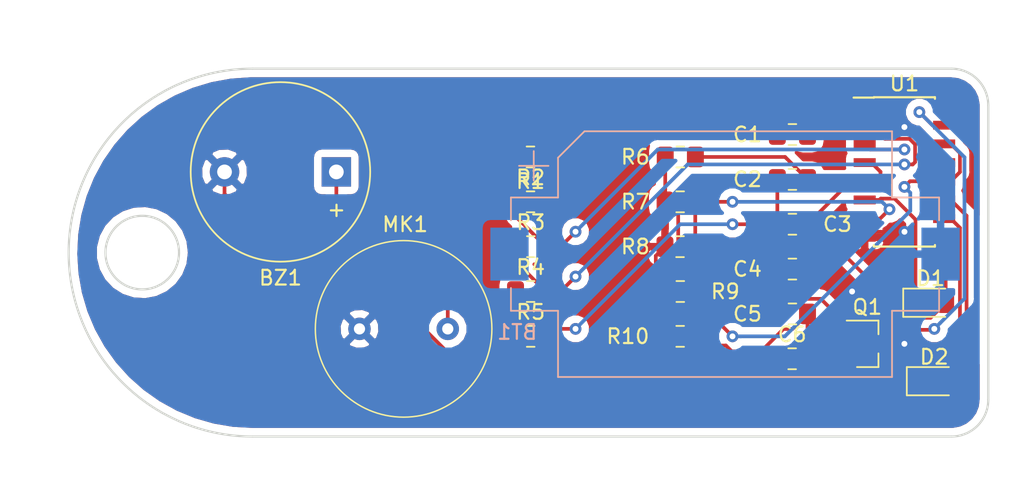
<source format=kicad_pcb>
(kicad_pcb (version 20171130) (host pcbnew 5.0.1)

  (general
    (thickness 1.6)
    (drawings 7)
    (tracks 185)
    (zones 0)
    (modules 23)
    (nets 18)
  )

  (page A4)
  (layers
    (0 F.Cu signal)
    (31 B.Cu signal)
    (32 B.Adhes user)
    (33 F.Adhes user)
    (34 B.Paste user)
    (35 F.Paste user)
    (36 B.SilkS user)
    (37 F.SilkS user)
    (38 B.Mask user)
    (39 F.Mask user)
    (40 Dwgs.User user)
    (41 Cmts.User user)
    (42 Eco1.User user)
    (43 Eco2.User user)
    (44 Edge.Cuts user)
    (45 Margin user)
    (46 B.CrtYd user)
    (47 F.CrtYd user)
    (48 B.Fab user)
    (49 F.Fab user)
  )

  (setup
    (last_trace_width 0.25)
    (trace_clearance 0.2)
    (zone_clearance 0.508)
    (zone_45_only no)
    (trace_min 0.2)
    (segment_width 0.2)
    (edge_width 0.15)
    (via_size 0.8)
    (via_drill 0.4)
    (via_min_size 0.4)
    (via_min_drill 0.3)
    (uvia_size 0.3)
    (uvia_drill 0.1)
    (uvias_allowed no)
    (uvia_min_size 0.2)
    (uvia_min_drill 0.1)
    (pcb_text_width 0.3)
    (pcb_text_size 1.5 1.5)
    (mod_edge_width 0.15)
    (mod_text_size 1 1)
    (mod_text_width 0.15)
    (pad_size 1.524 1.524)
    (pad_drill 0.762)
    (pad_to_mask_clearance 0.051)
    (solder_mask_min_width 0.25)
    (aux_axis_origin 0 0)
    (visible_elements FFFFFF7F)
    (pcbplotparams
      (layerselection 0x010fc_ffffffff)
      (usegerberextensions false)
      (usegerberattributes false)
      (usegerberadvancedattributes false)
      (creategerberjobfile false)
      (excludeedgelayer true)
      (linewidth 0.100000)
      (plotframeref false)
      (viasonmask false)
      (mode 1)
      (useauxorigin false)
      (hpglpennumber 1)
      (hpglpenspeed 20)
      (hpglpendiameter 15.000000)
      (psnegative false)
      (psa4output false)
      (plotreference true)
      (plotvalue true)
      (plotinvisibletext false)
      (padsonsilk false)
      (subtractmaskfromsilk false)
      (outputformat 1)
      (mirror false)
      (drillshape 1)
      (scaleselection 1)
      (outputdirectory ""))
  )

  (net 0 "")
  (net 1 "Net-(BZ1-Pad1)")
  (net 2 "Net-(C1-Pad2)")
  (net 3 "Net-(C1-Pad1)")
  (net 4 "Net-(C2-Pad1)")
  (net 5 "Net-(C2-Pad2)")
  (net 6 "Net-(C3-Pad1)")
  (net 7 "Net-(C4-Pad1)")
  (net 8 "Net-(C5-Pad2)")
  (net 9 "Net-(C5-Pad1)")
  (net 10 "Net-(D1-Pad1)")
  (net 11 "Net-(D2-Pad1)")
  (net 12 "Net-(R2-Pad1)")
  (net 13 "Net-(R3-Pad1)")
  (net 14 "Net-(R7-Pad1)")
  (net 15 "Net-(R10-Pad1)")
  (net 16 VS)
  (net 17 +3V3)

  (net_class Default "This is the default net class."
    (clearance 0.2)
    (trace_width 0.25)
    (via_dia 0.8)
    (via_drill 0.4)
    (uvia_dia 0.3)
    (uvia_drill 0.1)
    (add_net +3V3)
    (add_net "Net-(BZ1-Pad1)")
    (add_net "Net-(C1-Pad1)")
    (add_net "Net-(C1-Pad2)")
    (add_net "Net-(C2-Pad1)")
    (add_net "Net-(C2-Pad2)")
    (add_net "Net-(C3-Pad1)")
    (add_net "Net-(C4-Pad1)")
    (add_net "Net-(C5-Pad1)")
    (add_net "Net-(C5-Pad2)")
    (add_net "Net-(D1-Pad1)")
    (add_net "Net-(D2-Pad1)")
    (add_net "Net-(R10-Pad1)")
    (add_net "Net-(R2-Pad1)")
    (add_net "Net-(R3-Pad1)")
    (add_net "Net-(R7-Pad1)")
    (add_net VS)
  )

  (module Battery:BatteryHolder_Keystone_1060_1x2032 (layer B.Cu) (tedit 5B98EF5E) (tstamp 5C07DE2C)
    (at 102.108 70.104)
    (descr http://www.keyelco.com/product-pdf.cfm?p=726)
    (tags "CR2032 BR2032 BatteryHolder Battery")
    (path /5C052186)
    (attr smd)
    (fp_text reference BT1 (at -14.125 5.3) (layer B.SilkS)
      (effects (font (size 1 1) (thickness 0.15)) (justify mirror))
    )
    (fp_text value CR2023 (at 0 11.75) (layer B.Fab)
      (effects (font (size 1 1) (thickness 0.15)) (justify mirror))
    )
    (fp_circle (center 0 0) (end -10.2 0) (layer Dwgs.User) (width 0.3))
    (fp_line (start 11 -8) (end -9.4 -8) (layer B.Fab) (width 0.1))
    (fp_line (start 11 8) (end -11 8) (layer B.Fab) (width 0.1))
    (fp_line (start 11 -8) (end 11 -3.5) (layer B.Fab) (width 0.1))
    (fp_line (start 11 8) (end 11 3.5) (layer B.Fab) (width 0.1))
    (fp_line (start -11 8) (end -11 3.5) (layer B.Fab) (width 0.1))
    (fp_line (start -11 -6.4) (end -11 -3.5) (layer B.Fab) (width 0.1))
    (fp_line (start -11 -3.5) (end -14.2 -3.5) (layer B.Fab) (width 0.1))
    (fp_line (start -14.2 -3.5) (end -14.2 3.5) (layer B.Fab) (width 0.1))
    (fp_line (start -14.2 3.5) (end -11 3.5) (layer B.Fab) (width 0.1))
    (fp_line (start 11 -3.5) (end 14.2 -3.5) (layer B.Fab) (width 0.1))
    (fp_line (start 14.2 -3.5) (end 14.2 3.5) (layer B.Fab) (width 0.1))
    (fp_line (start 14.2 3.5) (end 11 3.5) (layer B.Fab) (width 0.1))
    (fp_line (start -9.4 -8) (end -11 -6.4) (layer B.Fab) (width 0.1))
    (fp_line (start 11.35 -3.85) (end 14.55 -3.85) (layer B.SilkS) (width 0.12))
    (fp_line (start 14.55 -3.85) (end 14.55 -2.3) (layer B.SilkS) (width 0.12))
    (fp_line (start 11.35 -8.35) (end 11.35 -3.85) (layer B.SilkS) (width 0.12))
    (fp_line (start 11.35 -8.35) (end -9.55 -8.35) (layer B.SilkS) (width 0.12))
    (fp_line (start -11.35 -6.55) (end -11.35 -3.85) (layer B.SilkS) (width 0.12))
    (fp_line (start -9.55 -8.35) (end -11.35 -6.55) (layer B.SilkS) (width 0.12))
    (fp_line (start -11.35 -3.85) (end -14.55 -3.85) (layer B.SilkS) (width 0.12))
    (fp_line (start -14.55 -3.85) (end -14.55 -2.3) (layer B.SilkS) (width 0.12))
    (fp_line (start -11.35 3.85) (end -14.55 3.85) (layer B.SilkS) (width 0.12))
    (fp_line (start -14.55 3.85) (end -14.55 2.3) (layer B.SilkS) (width 0.12))
    (fp_line (start 11.35 3.85) (end 14.55 3.85) (layer B.SilkS) (width 0.12))
    (fp_line (start 14.55 3.85) (end 14.55 2.3) (layer B.SilkS) (width 0.12))
    (fp_line (start -11.35 8.35) (end 11.35 8.35) (layer B.SilkS) (width 0.12))
    (fp_line (start -11.35 8.35) (end -11.35 3.85) (layer B.SilkS) (width 0.12))
    (fp_line (start 11.35 8.35) (end 11.35 3.85) (layer B.SilkS) (width 0.12))
    (fp_arc (start 0 0) (end -6.5 -8.5) (angle 74.81070976) (layer B.CrtYd) (width 0.05))
    (fp_line (start 11.5 -8.5) (end 6.5 -8.5) (layer B.CrtYd) (width 0.05))
    (fp_line (start -6.5 -8.5) (end -11.5 -8.5) (layer B.CrtYd) (width 0.05))
    (fp_line (start -11.5 -4) (end -11.5 -8.5) (layer B.CrtYd) (width 0.05))
    (fp_line (start -14.7 -4) (end -11.5 -4) (layer B.CrtYd) (width 0.05))
    (fp_line (start -14.7 -4) (end -14.7 -2.3) (layer B.CrtYd) (width 0.05))
    (fp_line (start -14.7 -2.3) (end -16.45 -2.3) (layer B.CrtYd) (width 0.05))
    (fp_line (start -16.45 -2.3) (end -16.45 2.3) (layer B.CrtYd) (width 0.05))
    (fp_line (start -14.7 2.3) (end -16.45 2.3) (layer B.CrtYd) (width 0.05))
    (fp_line (start -14.7 2.3) (end -14.7 4) (layer B.CrtYd) (width 0.05))
    (fp_line (start -14.7 4) (end -11.5 4) (layer B.CrtYd) (width 0.05))
    (fp_line (start -11.5 4) (end -11.5 8.5) (layer B.CrtYd) (width 0.05))
    (fp_line (start -11.5 8.5) (end -6.5 8.5) (layer B.CrtYd) (width 0.05))
    (fp_line (start 11.5 8.5) (end 11.5 4) (layer B.CrtYd) (width 0.05))
    (fp_line (start 11.5 4) (end 14.7 4) (layer B.CrtYd) (width 0.05))
    (fp_line (start 14.7 4) (end 14.7 2.3) (layer B.CrtYd) (width 0.05))
    (fp_line (start 14.7 2.3) (end 16.45 2.3) (layer B.CrtYd) (width 0.05))
    (fp_line (start 16.45 2.3) (end 16.45 -2.3) (layer B.CrtYd) (width 0.05))
    (fp_line (start 16.45 -2.3) (end 14.7 -2.3) (layer B.CrtYd) (width 0.05))
    (fp_line (start 14.7 -2.3) (end 14.7 -4) (layer B.CrtYd) (width 0.05))
    (fp_line (start 14.7 -4) (end 11.5 -4) (layer B.CrtYd) (width 0.05))
    (fp_line (start 11.5 -4) (end 11.5 -8.5) (layer B.CrtYd) (width 0.05))
    (fp_arc (start 0 0) (end 6.5 8.5) (angle 74.81070976) (layer B.CrtYd) (width 0.05))
    (fp_line (start 11.5 8.5) (end 6.5 8.5) (layer B.CrtYd) (width 0.05))
    (fp_text user %R (at 0 0) (layer B.Fab)
      (effects (font (size 1 1) (thickness 0.15)) (justify mirror))
    )
    (fp_line (start -13 -5) (end -13 -7) (layer B.SilkS) (width 0.12))
    (fp_line (start -12 -6) (end -14 -6) (layer B.SilkS) (width 0.12))
    (pad 2 smd rect (at 14.65 0 180) (size 2.6 3.6) (layers B.Cu B.Paste B.Mask)
      (net 16 VS))
    (pad 1 smd rect (at -14.65 0 180) (size 2.6 3.6) (layers B.Cu B.Paste B.Mask)
      (net 17 +3V3))
    (model ${KISYS3DMOD}/Battery.3dshapes/BatteryHolder_Keystone_1060_1x2032.wrl
      (at (xyz 0 0 0))
      (scale (xyz 1 1 1))
      (rotate (xyz 0 0 0))
    )
  )

  (module keyfinderSMD:Buzzer_12x9.5RM7.6 (layer F.Cu) (tedit 5A030281) (tstamp 5C07DE39)
    (at 75.692 64.516 180)
    (descr "Generic Buzzer, D12mm height 9.5mm with RM7.6mm")
    (tags buzzer)
    (path /5C0647B2)
    (fp_text reference BZ1 (at 3.8 -7.2 180) (layer F.SilkS)
      (effects (font (size 1 1) (thickness 0.15)))
    )
    (fp_text value Buzzer (at 3.8 7.4 180) (layer F.Fab)
      (effects (font (size 1 1) (thickness 0.15)))
    )
    (fp_text user + (at -0.01 -2.54 180) (layer F.Fab)
      (effects (font (size 1 1) (thickness 0.15)))
    )
    (fp_text user + (at -0.01 -2.54 180) (layer F.SilkS)
      (effects (font (size 1 1) (thickness 0.15)))
    )
    (fp_text user %R (at 3.8 -4 180) (layer F.Fab)
      (effects (font (size 1 1) (thickness 0.15)))
    )
    (fp_circle (center 3.8 0) (end 10.05 0) (layer F.CrtYd) (width 0.05))
    (fp_circle (center 3.8 0) (end 9.8 0) (layer F.Fab) (width 0.1))
    (fp_circle (center 3.8 0) (end 4.8 0) (layer F.Fab) (width 0.1))
    (fp_circle (center 3.8 0) (end 9.9 0) (layer F.SilkS) (width 0.12))
    (pad 1 thru_hole rect (at 0 0 180) (size 2 2) (drill 1) (layers *.Cu *.Mask)
      (net 1 "Net-(BZ1-Pad1)"))
    (pad 2 thru_hole circle (at 7.6 0 180) (size 2 2) (drill 1) (layers *.Cu *.Mask)
      (net 16 VS))
    (model ${KISYS3DMOD}/Buzzer_Beeper.3dshapes/Buzzer_12x9.5RM7.6.wrl
      (at (xyz 0 0 0))
      (scale (xyz 1 1 1))
      (rotate (xyz 0 0 0))
    )
  )

  (module Capacitor_SMD:C_0805_2012Metric_Pad1.15x1.40mm_HandSolder (layer F.Cu) (tedit 5B36C52B) (tstamp 5C07DE4A)
    (at 106.689 61.976)
    (descr "Capacitor SMD 0805 (2012 Metric), square (rectangular) end terminal, IPC_7351 nominal with elongated pad for handsoldering. (Body size source: https://docs.google.com/spreadsheets/d/1BsfQQcO9C6DZCsRaXUlFlo91Tg2WpOkGARC1WS5S8t0/edit?usp=sharing), generated with kicad-footprint-generator")
    (tags "capacitor handsolder")
    (path /5C052910)
    (attr smd)
    (fp_text reference C1 (at -3.057 0) (layer F.SilkS)
      (effects (font (size 1 1) (thickness 0.15)))
    )
    (fp_text value 47nF (at 0 1.65) (layer F.Fab)
      (effects (font (size 1 1) (thickness 0.15)))
    )
    (fp_text user %R (at 0 0) (layer F.Fab)
      (effects (font (size 0.5 0.5) (thickness 0.08)))
    )
    (fp_line (start 1.85 0.95) (end -1.85 0.95) (layer F.CrtYd) (width 0.05))
    (fp_line (start 1.85 -0.95) (end 1.85 0.95) (layer F.CrtYd) (width 0.05))
    (fp_line (start -1.85 -0.95) (end 1.85 -0.95) (layer F.CrtYd) (width 0.05))
    (fp_line (start -1.85 0.95) (end -1.85 -0.95) (layer F.CrtYd) (width 0.05))
    (fp_line (start -0.261252 0.71) (end 0.261252 0.71) (layer F.SilkS) (width 0.12))
    (fp_line (start -0.261252 -0.71) (end 0.261252 -0.71) (layer F.SilkS) (width 0.12))
    (fp_line (start 1 0.6) (end -1 0.6) (layer F.Fab) (width 0.1))
    (fp_line (start 1 -0.6) (end 1 0.6) (layer F.Fab) (width 0.1))
    (fp_line (start -1 -0.6) (end 1 -0.6) (layer F.Fab) (width 0.1))
    (fp_line (start -1 0.6) (end -1 -0.6) (layer F.Fab) (width 0.1))
    (pad 2 smd roundrect (at 1.025 0) (size 1.15 1.4) (layers F.Cu F.Paste F.Mask) (roundrect_rratio 0.217391)
      (net 2 "Net-(C1-Pad2)"))
    (pad 1 smd roundrect (at -1.025 0) (size 1.15 1.4) (layers F.Cu F.Paste F.Mask) (roundrect_rratio 0.217391)
      (net 3 "Net-(C1-Pad1)"))
    (model ${KISYS3DMOD}/Capacitor_SMD.3dshapes/C_0805_2012Metric.wrl
      (at (xyz 0 0 0))
      (scale (xyz 1 1 1))
      (rotate (xyz 0 0 0))
    )
  )

  (module Capacitor_SMD:C_0805_2012Metric_Pad1.15x1.40mm_HandSolder (layer F.Cu) (tedit 5B36C52B) (tstamp 5C07DE5B)
    (at 106.689 65.024)
    (descr "Capacitor SMD 0805 (2012 Metric), square (rectangular) end terminal, IPC_7351 nominal with elongated pad for handsoldering. (Body size source: https://docs.google.com/spreadsheets/d/1BsfQQcO9C6DZCsRaXUlFlo91Tg2WpOkGARC1WS5S8t0/edit?usp=sharing), generated with kicad-footprint-generator")
    (tags "capacitor handsolder")
    (path /5C0531EB)
    (attr smd)
    (fp_text reference C2 (at -3.057 0) (layer F.SilkS)
      (effects (font (size 1 1) (thickness 0.15)))
    )
    (fp_text value 10nF (at 0 1.65) (layer F.Fab)
      (effects (font (size 1 1) (thickness 0.15)))
    )
    (fp_text user %R (at 0 0) (layer F.Fab)
      (effects (font (size 0.5 0.5) (thickness 0.08)))
    )
    (fp_line (start 1.85 0.95) (end -1.85 0.95) (layer F.CrtYd) (width 0.05))
    (fp_line (start 1.85 -0.95) (end 1.85 0.95) (layer F.CrtYd) (width 0.05))
    (fp_line (start -1.85 -0.95) (end 1.85 -0.95) (layer F.CrtYd) (width 0.05))
    (fp_line (start -1.85 0.95) (end -1.85 -0.95) (layer F.CrtYd) (width 0.05))
    (fp_line (start -0.261252 0.71) (end 0.261252 0.71) (layer F.SilkS) (width 0.12))
    (fp_line (start -0.261252 -0.71) (end 0.261252 -0.71) (layer F.SilkS) (width 0.12))
    (fp_line (start 1 0.6) (end -1 0.6) (layer F.Fab) (width 0.1))
    (fp_line (start 1 -0.6) (end 1 0.6) (layer F.Fab) (width 0.1))
    (fp_line (start -1 -0.6) (end 1 -0.6) (layer F.Fab) (width 0.1))
    (fp_line (start -1 0.6) (end -1 -0.6) (layer F.Fab) (width 0.1))
    (pad 2 smd roundrect (at 1.025 0) (size 1.15 1.4) (layers F.Cu F.Paste F.Mask) (roundrect_rratio 0.217391)
      (net 5 "Net-(C2-Pad2)"))
    (pad 1 smd roundrect (at -1.025 0) (size 1.15 1.4) (layers F.Cu F.Paste F.Mask) (roundrect_rratio 0.217391)
      (net 4 "Net-(C2-Pad1)"))
    (model ${KISYS3DMOD}/Capacitor_SMD.3dshapes/C_0805_2012Metric.wrl
      (at (xyz 0 0 0))
      (scale (xyz 1 1 1))
      (rotate (xyz 0 0 0))
    )
  )

  (module Capacitor_SMD:C_0805_2012Metric_Pad1.15x1.40mm_HandSolder (layer F.Cu) (tedit 5B36C52B) (tstamp 5C07DE6C)
    (at 106.689 68.072 180)
    (descr "Capacitor SMD 0805 (2012 Metric), square (rectangular) end terminal, IPC_7351 nominal with elongated pad for handsoldering. (Body size source: https://docs.google.com/spreadsheets/d/1BsfQQcO9C6DZCsRaXUlFlo91Tg2WpOkGARC1WS5S8t0/edit?usp=sharing), generated with kicad-footprint-generator")
    (tags "capacitor handsolder")
    (path /5C053267)
    (attr smd)
    (fp_text reference C3 (at -3.057 0 180) (layer F.SilkS)
      (effects (font (size 1 1) (thickness 0.15)))
    )
    (fp_text value 10nF (at 0 1.65 180) (layer F.Fab)
      (effects (font (size 1 1) (thickness 0.15)))
    )
    (fp_line (start -1 0.6) (end -1 -0.6) (layer F.Fab) (width 0.1))
    (fp_line (start -1 -0.6) (end 1 -0.6) (layer F.Fab) (width 0.1))
    (fp_line (start 1 -0.6) (end 1 0.6) (layer F.Fab) (width 0.1))
    (fp_line (start 1 0.6) (end -1 0.6) (layer F.Fab) (width 0.1))
    (fp_line (start -0.261252 -0.71) (end 0.261252 -0.71) (layer F.SilkS) (width 0.12))
    (fp_line (start -0.261252 0.71) (end 0.261252 0.71) (layer F.SilkS) (width 0.12))
    (fp_line (start -1.85 0.95) (end -1.85 -0.95) (layer F.CrtYd) (width 0.05))
    (fp_line (start -1.85 -0.95) (end 1.85 -0.95) (layer F.CrtYd) (width 0.05))
    (fp_line (start 1.85 -0.95) (end 1.85 0.95) (layer F.CrtYd) (width 0.05))
    (fp_line (start 1.85 0.95) (end -1.85 0.95) (layer F.CrtYd) (width 0.05))
    (fp_text user %R (at 0 0 180) (layer F.Fab)
      (effects (font (size 0.5 0.5) (thickness 0.08)))
    )
    (pad 1 smd roundrect (at -1.025 0 180) (size 1.15 1.4) (layers F.Cu F.Paste F.Mask) (roundrect_rratio 0.217391)
      (net 6 "Net-(C3-Pad1)"))
    (pad 2 smd roundrect (at 1.025 0 180) (size 1.15 1.4) (layers F.Cu F.Paste F.Mask) (roundrect_rratio 0.217391)
      (net 4 "Net-(C2-Pad1)"))
    (model ${KISYS3DMOD}/Capacitor_SMD.3dshapes/C_0805_2012Metric.wrl
      (at (xyz 0 0 0))
      (scale (xyz 1 1 1))
      (rotate (xyz 0 0 0))
    )
  )

  (module Capacitor_SMD:C_0805_2012Metric_Pad1.15x1.40mm_HandSolder (layer F.Cu) (tedit 5B36C52B) (tstamp 5C07DE7D)
    (at 106.689 71.12)
    (descr "Capacitor SMD 0805 (2012 Metric), square (rectangular) end terminal, IPC_7351 nominal with elongated pad for handsoldering. (Body size source: https://docs.google.com/spreadsheets/d/1BsfQQcO9C6DZCsRaXUlFlo91Tg2WpOkGARC1WS5S8t0/edit?usp=sharing), generated with kicad-footprint-generator")
    (tags "capacitor handsolder")
    (path /5C056A53)
    (attr smd)
    (fp_text reference C4 (at -3.057 0) (layer F.SilkS)
      (effects (font (size 1 1) (thickness 0.15)))
    )
    (fp_text value 1uF (at 0 1.65) (layer F.Fab)
      (effects (font (size 1 1) (thickness 0.15)))
    )
    (fp_line (start -1 0.6) (end -1 -0.6) (layer F.Fab) (width 0.1))
    (fp_line (start -1 -0.6) (end 1 -0.6) (layer F.Fab) (width 0.1))
    (fp_line (start 1 -0.6) (end 1 0.6) (layer F.Fab) (width 0.1))
    (fp_line (start 1 0.6) (end -1 0.6) (layer F.Fab) (width 0.1))
    (fp_line (start -0.261252 -0.71) (end 0.261252 -0.71) (layer F.SilkS) (width 0.12))
    (fp_line (start -0.261252 0.71) (end 0.261252 0.71) (layer F.SilkS) (width 0.12))
    (fp_line (start -1.85 0.95) (end -1.85 -0.95) (layer F.CrtYd) (width 0.05))
    (fp_line (start -1.85 -0.95) (end 1.85 -0.95) (layer F.CrtYd) (width 0.05))
    (fp_line (start 1.85 -0.95) (end 1.85 0.95) (layer F.CrtYd) (width 0.05))
    (fp_line (start 1.85 0.95) (end -1.85 0.95) (layer F.CrtYd) (width 0.05))
    (fp_text user %R (at 0 0) (layer F.Fab)
      (effects (font (size 0.5 0.5) (thickness 0.08)))
    )
    (pad 1 smd roundrect (at -1.025 0) (size 1.15 1.4) (layers F.Cu F.Paste F.Mask) (roundrect_rratio 0.217391)
      (net 7 "Net-(C4-Pad1)"))
    (pad 2 smd roundrect (at 1.025 0) (size 1.15 1.4) (layers F.Cu F.Paste F.Mask) (roundrect_rratio 0.217391)
      (net 16 VS))
    (model ${KISYS3DMOD}/Capacitor_SMD.3dshapes/C_0805_2012Metric.wrl
      (at (xyz 0 0 0))
      (scale (xyz 1 1 1))
      (rotate (xyz 0 0 0))
    )
  )

  (module Capacitor_SMD:C_0805_2012Metric_Pad1.15x1.40mm_HandSolder (layer F.Cu) (tedit 5B36C52B) (tstamp 5C07DE8E)
    (at 106.689 74.168)
    (descr "Capacitor SMD 0805 (2012 Metric), square (rectangular) end terminal, IPC_7351 nominal with elongated pad for handsoldering. (Body size source: https://docs.google.com/spreadsheets/d/1BsfQQcO9C6DZCsRaXUlFlo91Tg2WpOkGARC1WS5S8t0/edit?usp=sharing), generated with kicad-footprint-generator")
    (tags "capacitor handsolder")
    (path /5C0595E1)
    (attr smd)
    (fp_text reference C5 (at -3.057 0) (layer F.SilkS)
      (effects (font (size 1 1) (thickness 0.15)))
    )
    (fp_text value 47nF (at 0 1.65) (layer F.Fab)
      (effects (font (size 1 1) (thickness 0.15)))
    )
    (fp_line (start -1 0.6) (end -1 -0.6) (layer F.Fab) (width 0.1))
    (fp_line (start -1 -0.6) (end 1 -0.6) (layer F.Fab) (width 0.1))
    (fp_line (start 1 -0.6) (end 1 0.6) (layer F.Fab) (width 0.1))
    (fp_line (start 1 0.6) (end -1 0.6) (layer F.Fab) (width 0.1))
    (fp_line (start -0.261252 -0.71) (end 0.261252 -0.71) (layer F.SilkS) (width 0.12))
    (fp_line (start -0.261252 0.71) (end 0.261252 0.71) (layer F.SilkS) (width 0.12))
    (fp_line (start -1.85 0.95) (end -1.85 -0.95) (layer F.CrtYd) (width 0.05))
    (fp_line (start -1.85 -0.95) (end 1.85 -0.95) (layer F.CrtYd) (width 0.05))
    (fp_line (start 1.85 -0.95) (end 1.85 0.95) (layer F.CrtYd) (width 0.05))
    (fp_line (start 1.85 0.95) (end -1.85 0.95) (layer F.CrtYd) (width 0.05))
    (fp_text user %R (at 0 0) (layer F.Fab)
      (effects (font (size 0.5 0.5) (thickness 0.08)))
    )
    (pad 1 smd roundrect (at -1.025 0) (size 1.15 1.4) (layers F.Cu F.Paste F.Mask) (roundrect_rratio 0.217391)
      (net 9 "Net-(C5-Pad1)"))
    (pad 2 smd roundrect (at 1.025 0) (size 1.15 1.4) (layers F.Cu F.Paste F.Mask) (roundrect_rratio 0.217391)
      (net 8 "Net-(C5-Pad2)"))
    (model ${KISYS3DMOD}/Capacitor_SMD.3dshapes/C_0805_2012Metric.wrl
      (at (xyz 0 0 0))
      (scale (xyz 1 1 1))
      (rotate (xyz 0 0 0))
    )
  )

  (module Diode_SMD:D_0805_2012Metric_Pad1.15x1.40mm_HandSolder (layer F.Cu) (tedit 5B4B45C8) (tstamp 5C07DEB2)
    (at 116.078 73.406)
    (descr "Diode SMD 0805 (2012 Metric), square (rectangular) end terminal, IPC_7351 nominal, (Body size source: https://docs.google.com/spreadsheets/d/1BsfQQcO9C6DZCsRaXUlFlo91Tg2WpOkGARC1WS5S8t0/edit?usp=sharing), generated with kicad-footprint-generator")
    (tags "diode handsolder")
    (path /5C056321)
    (attr smd)
    (fp_text reference D1 (at 0 -1.65) (layer F.SilkS)
      (effects (font (size 1 1) (thickness 0.15)))
    )
    (fp_text value D (at 0 1.65) (layer F.Fab)
      (effects (font (size 1 1) (thickness 0.15)))
    )
    (fp_line (start 1 -0.6) (end -0.7 -0.6) (layer F.Fab) (width 0.1))
    (fp_line (start -0.7 -0.6) (end -1 -0.3) (layer F.Fab) (width 0.1))
    (fp_line (start -1 -0.3) (end -1 0.6) (layer F.Fab) (width 0.1))
    (fp_line (start -1 0.6) (end 1 0.6) (layer F.Fab) (width 0.1))
    (fp_line (start 1 0.6) (end 1 -0.6) (layer F.Fab) (width 0.1))
    (fp_line (start 1 -0.96) (end -1.86 -0.96) (layer F.SilkS) (width 0.12))
    (fp_line (start -1.86 -0.96) (end -1.86 0.96) (layer F.SilkS) (width 0.12))
    (fp_line (start -1.86 0.96) (end 1 0.96) (layer F.SilkS) (width 0.12))
    (fp_line (start -1.85 0.95) (end -1.85 -0.95) (layer F.CrtYd) (width 0.05))
    (fp_line (start -1.85 -0.95) (end 1.85 -0.95) (layer F.CrtYd) (width 0.05))
    (fp_line (start 1.85 -0.95) (end 1.85 0.95) (layer F.CrtYd) (width 0.05))
    (fp_line (start 1.85 0.95) (end -1.85 0.95) (layer F.CrtYd) (width 0.05))
    (fp_text user %R (at 0 0) (layer F.Fab)
      (effects (font (size 0.5 0.5) (thickness 0.08)))
    )
    (pad 1 smd roundrect (at -1.025 0) (size 1.15 1.4) (layers F.Cu F.Paste F.Mask) (roundrect_rratio 0.217391)
      (net 10 "Net-(D1-Pad1)"))
    (pad 2 smd roundrect (at 1.025 0) (size 1.15 1.4) (layers F.Cu F.Paste F.Mask) (roundrect_rratio 0.217391)
      (net 7 "Net-(C4-Pad1)"))
    (model ${KISYS3DMOD}/Diode_SMD.3dshapes/D_0805_2012Metric.wrl
      (at (xyz 0 0 0))
      (scale (xyz 1 1 1))
      (rotate (xyz 0 0 0))
    )
  )

  (module Diode_SMD:D_0805_2012Metric_Pad1.15x1.40mm_HandSolder (layer F.Cu) (tedit 5B4B45C8) (tstamp 5C07DEC5)
    (at 116.323 78.74)
    (descr "Diode SMD 0805 (2012 Metric), square (rectangular) end terminal, IPC_7351 nominal, (Body size source: https://docs.google.com/spreadsheets/d/1BsfQQcO9C6DZCsRaXUlFlo91Tg2WpOkGARC1WS5S8t0/edit?usp=sharing), generated with kicad-footprint-generator")
    (tags "diode handsolder")
    (path /5C0598B7)
    (attr smd)
    (fp_text reference D2 (at 0 -1.65) (layer F.SilkS)
      (effects (font (size 1 1) (thickness 0.15)))
    )
    (fp_text value D (at 0 1.65) (layer F.Fab)
      (effects (font (size 1 1) (thickness 0.15)))
    )
    (fp_text user %R (at 0 0) (layer F.Fab)
      (effects (font (size 0.5 0.5) (thickness 0.08)))
    )
    (fp_line (start 1.85 0.95) (end -1.85 0.95) (layer F.CrtYd) (width 0.05))
    (fp_line (start 1.85 -0.95) (end 1.85 0.95) (layer F.CrtYd) (width 0.05))
    (fp_line (start -1.85 -0.95) (end 1.85 -0.95) (layer F.CrtYd) (width 0.05))
    (fp_line (start -1.85 0.95) (end -1.85 -0.95) (layer F.CrtYd) (width 0.05))
    (fp_line (start -1.86 0.96) (end 1 0.96) (layer F.SilkS) (width 0.12))
    (fp_line (start -1.86 -0.96) (end -1.86 0.96) (layer F.SilkS) (width 0.12))
    (fp_line (start 1 -0.96) (end -1.86 -0.96) (layer F.SilkS) (width 0.12))
    (fp_line (start 1 0.6) (end 1 -0.6) (layer F.Fab) (width 0.1))
    (fp_line (start -1 0.6) (end 1 0.6) (layer F.Fab) (width 0.1))
    (fp_line (start -1 -0.3) (end -1 0.6) (layer F.Fab) (width 0.1))
    (fp_line (start -0.7 -0.6) (end -1 -0.3) (layer F.Fab) (width 0.1))
    (fp_line (start 1 -0.6) (end -0.7 -0.6) (layer F.Fab) (width 0.1))
    (pad 2 smd roundrect (at 1.025 0) (size 1.15 1.4) (layers F.Cu F.Paste F.Mask) (roundrect_rratio 0.217391)
      (net 8 "Net-(C5-Pad2)"))
    (pad 1 smd roundrect (at -1.025 0) (size 1.15 1.4) (layers F.Cu F.Paste F.Mask) (roundrect_rratio 0.217391)
      (net 11 "Net-(D2-Pad1)"))
    (model ${KISYS3DMOD}/Diode_SMD.3dshapes/D_0805_2012Metric.wrl
      (at (xyz 0 0 0))
      (scale (xyz 1 1 1))
      (rotate (xyz 0 0 0))
    )
  )

  (module keyfinderSMD:MicrophoneDIP (layer F.Cu) (tedit 5C07D503) (tstamp 5C07DECC)
    (at 80.264 75.184)
    (path /5C052E78)
    (fp_text reference MK1 (at 0.1 -7.1) (layer F.SilkS)
      (effects (font (size 1 1) (thickness 0.15)))
    )
    (fp_text value Microphone (at 0 -9) (layer F.Fab)
      (effects (font (size 1 1) (thickness 0.15)))
    )
    (fp_circle (center 0 0) (end 6 0) (layer F.SilkS) (width 0.1))
    (pad 2 thru_hole circle (at 3 0) (size 1.524 1.524) (drill 0.762) (layers *.Cu *.Mask)
      (net 2 "Net-(C1-Pad2)"))
    (pad 1 thru_hole circle (at -3 0) (size 1.524 1.524) (drill 0.762) (layers *.Cu *.Mask)
      (net 16 VS))
  )

  (module Package_TO_SOT_SMD:SOT-23 (layer F.Cu) (tedit 5A02FF57) (tstamp 5C07DEE1)
    (at 111.776 76.2)
    (descr "SOT-23, Standard")
    (tags SOT-23)
    (path /5C056695)
    (attr smd)
    (fp_text reference Q1 (at 0 -2.5) (layer F.SilkS)
      (effects (font (size 1 1) (thickness 0.15)))
    )
    (fp_text value 2N7002 (at 0 2.5) (layer F.Fab)
      (effects (font (size 1 1) (thickness 0.15)))
    )
    (fp_text user %R (at 0 0 90) (layer F.Fab)
      (effects (font (size 0.5 0.5) (thickness 0.075)))
    )
    (fp_line (start -0.7 -0.95) (end -0.7 1.5) (layer F.Fab) (width 0.1))
    (fp_line (start -0.15 -1.52) (end 0.7 -1.52) (layer F.Fab) (width 0.1))
    (fp_line (start -0.7 -0.95) (end -0.15 -1.52) (layer F.Fab) (width 0.1))
    (fp_line (start 0.7 -1.52) (end 0.7 1.52) (layer F.Fab) (width 0.1))
    (fp_line (start -0.7 1.52) (end 0.7 1.52) (layer F.Fab) (width 0.1))
    (fp_line (start 0.76 1.58) (end 0.76 0.65) (layer F.SilkS) (width 0.12))
    (fp_line (start 0.76 -1.58) (end 0.76 -0.65) (layer F.SilkS) (width 0.12))
    (fp_line (start -1.7 -1.75) (end 1.7 -1.75) (layer F.CrtYd) (width 0.05))
    (fp_line (start 1.7 -1.75) (end 1.7 1.75) (layer F.CrtYd) (width 0.05))
    (fp_line (start 1.7 1.75) (end -1.7 1.75) (layer F.CrtYd) (width 0.05))
    (fp_line (start -1.7 1.75) (end -1.7 -1.75) (layer F.CrtYd) (width 0.05))
    (fp_line (start 0.76 -1.58) (end -1.4 -1.58) (layer F.SilkS) (width 0.12))
    (fp_line (start 0.76 1.58) (end -0.7 1.58) (layer F.SilkS) (width 0.12))
    (pad 1 smd rect (at -1 -0.95) (size 0.9 0.8) (layers F.Cu F.Paste F.Mask)
      (net 9 "Net-(C5-Pad1)"))
    (pad 2 smd rect (at -1 0.95) (size 0.9 0.8) (layers F.Cu F.Paste F.Mask)
      (net 1 "Net-(BZ1-Pad1)"))
    (pad 3 smd rect (at 1 0) (size 0.9 0.8) (layers F.Cu F.Paste F.Mask)
      (net 16 VS))
    (model ${KISYS3DMOD}/Package_TO_SOT_SMD.3dshapes/SOT-23.wrl
      (at (xyz 0 0 0))
      (scale (xyz 1 1 1))
      (rotate (xyz 0 0 0))
    )
  )

  (module Resistor_SMD:R_0805_2012Metric_Pad1.15x1.40mm_HandSolder (layer F.Cu) (tedit 5B36C52B) (tstamp 5C07DEF2)
    (at 88.886 63.5 180)
    (descr "Resistor SMD 0805 (2012 Metric), square (rectangular) end terminal, IPC_7351 nominal with elongated pad for handsoldering. (Body size source: https://docs.google.com/spreadsheets/d/1BsfQQcO9C6DZCsRaXUlFlo91Tg2WpOkGARC1WS5S8t0/edit?usp=sharing), generated with kicad-footprint-generator")
    (tags "resistor handsolder")
    (path /5C05286E)
    (attr smd)
    (fp_text reference R1 (at 0 -1.65 180) (layer F.SilkS)
      (effects (font (size 1 1) (thickness 0.15)))
    )
    (fp_text value 22K (at 0 1.65 180) (layer F.Fab)
      (effects (font (size 1 1) (thickness 0.15)))
    )
    (fp_line (start -1 0.6) (end -1 -0.6) (layer F.Fab) (width 0.1))
    (fp_line (start -1 -0.6) (end 1 -0.6) (layer F.Fab) (width 0.1))
    (fp_line (start 1 -0.6) (end 1 0.6) (layer F.Fab) (width 0.1))
    (fp_line (start 1 0.6) (end -1 0.6) (layer F.Fab) (width 0.1))
    (fp_line (start -0.261252 -0.71) (end 0.261252 -0.71) (layer F.SilkS) (width 0.12))
    (fp_line (start -0.261252 0.71) (end 0.261252 0.71) (layer F.SilkS) (width 0.12))
    (fp_line (start -1.85 0.95) (end -1.85 -0.95) (layer F.CrtYd) (width 0.05))
    (fp_line (start -1.85 -0.95) (end 1.85 -0.95) (layer F.CrtYd) (width 0.05))
    (fp_line (start 1.85 -0.95) (end 1.85 0.95) (layer F.CrtYd) (width 0.05))
    (fp_line (start 1.85 0.95) (end -1.85 0.95) (layer F.CrtYd) (width 0.05))
    (fp_text user %R (at 0 0 180) (layer F.Fab)
      (effects (font (size 0.5 0.5) (thickness 0.08)))
    )
    (pad 1 smd roundrect (at -1.025 0 180) (size 1.15 1.4) (layers F.Cu F.Paste F.Mask) (roundrect_rratio 0.217391)
      (net 16 VS))
    (pad 2 smd roundrect (at 1.025 0 180) (size 1.15 1.4) (layers F.Cu F.Paste F.Mask) (roundrect_rratio 0.217391)
      (net 2 "Net-(C1-Pad2)"))
    (model ${KISYS3DMOD}/Resistor_SMD.3dshapes/R_0805_2012Metric.wrl
      (at (xyz 0 0 0))
      (scale (xyz 1 1 1))
      (rotate (xyz 0 0 0))
    )
  )

  (module Resistor_SMD:R_0805_2012Metric_Pad1.15x1.40mm_HandSolder (layer F.Cu) (tedit 5B36C52B) (tstamp 5C07DF03)
    (at 88.891 66.548)
    (descr "Resistor SMD 0805 (2012 Metric), square (rectangular) end terminal, IPC_7351 nominal with elongated pad for handsoldering. (Body size source: https://docs.google.com/spreadsheets/d/1BsfQQcO9C6DZCsRaXUlFlo91Tg2WpOkGARC1WS5S8t0/edit?usp=sharing), generated with kicad-footprint-generator")
    (tags "resistor handsolder")
    (path /5C0528A8)
    (attr smd)
    (fp_text reference R2 (at 0 -1.65) (layer F.SilkS)
      (effects (font (size 1 1) (thickness 0.15)))
    )
    (fp_text value 10K (at 0 1.65) (layer F.Fab)
      (effects (font (size 1 1) (thickness 0.15)))
    )
    (fp_text user %R (at 0 0) (layer F.Fab)
      (effects (font (size 0.5 0.5) (thickness 0.08)))
    )
    (fp_line (start 1.85 0.95) (end -1.85 0.95) (layer F.CrtYd) (width 0.05))
    (fp_line (start 1.85 -0.95) (end 1.85 0.95) (layer F.CrtYd) (width 0.05))
    (fp_line (start -1.85 -0.95) (end 1.85 -0.95) (layer F.CrtYd) (width 0.05))
    (fp_line (start -1.85 0.95) (end -1.85 -0.95) (layer F.CrtYd) (width 0.05))
    (fp_line (start -0.261252 0.71) (end 0.261252 0.71) (layer F.SilkS) (width 0.12))
    (fp_line (start -0.261252 -0.71) (end 0.261252 -0.71) (layer F.SilkS) (width 0.12))
    (fp_line (start 1 0.6) (end -1 0.6) (layer F.Fab) (width 0.1))
    (fp_line (start 1 -0.6) (end 1 0.6) (layer F.Fab) (width 0.1))
    (fp_line (start -1 -0.6) (end 1 -0.6) (layer F.Fab) (width 0.1))
    (fp_line (start -1 0.6) (end -1 -0.6) (layer F.Fab) (width 0.1))
    (pad 2 smd roundrect (at 1.025 0) (size 1.15 1.4) (layers F.Cu F.Paste F.Mask) (roundrect_rratio 0.217391)
      (net 3 "Net-(C1-Pad1)"))
    (pad 1 smd roundrect (at -1.025 0) (size 1.15 1.4) (layers F.Cu F.Paste F.Mask) (roundrect_rratio 0.217391)
      (net 12 "Net-(R2-Pad1)"))
    (model ${KISYS3DMOD}/Resistor_SMD.3dshapes/R_0805_2012Metric.wrl
      (at (xyz 0 0 0))
      (scale (xyz 1 1 1))
      (rotate (xyz 0 0 0))
    )
  )

  (module Resistor_SMD:R_0805_2012Metric_Pad1.15x1.40mm_HandSolder (layer F.Cu) (tedit 5B36C52B) (tstamp 5C07DF14)
    (at 88.909 69.596)
    (descr "Resistor SMD 0805 (2012 Metric), square (rectangular) end terminal, IPC_7351 nominal with elongated pad for handsoldering. (Body size source: https://docs.google.com/spreadsheets/d/1BsfQQcO9C6DZCsRaXUlFlo91Tg2WpOkGARC1WS5S8t0/edit?usp=sharing), generated with kicad-footprint-generator")
    (tags "resistor handsolder")
    (path /5C052957)
    (attr smd)
    (fp_text reference R3 (at 0 -1.65) (layer F.SilkS)
      (effects (font (size 1 1) (thickness 0.15)))
    )
    (fp_text value 4,7M (at 0 1.65) (layer F.Fab)
      (effects (font (size 1 1) (thickness 0.15)))
    )
    (fp_text user %R (at 0 0) (layer F.Fab)
      (effects (font (size 0.5 0.5) (thickness 0.08)))
    )
    (fp_line (start 1.85 0.95) (end -1.85 0.95) (layer F.CrtYd) (width 0.05))
    (fp_line (start 1.85 -0.95) (end 1.85 0.95) (layer F.CrtYd) (width 0.05))
    (fp_line (start -1.85 -0.95) (end 1.85 -0.95) (layer F.CrtYd) (width 0.05))
    (fp_line (start -1.85 0.95) (end -1.85 -0.95) (layer F.CrtYd) (width 0.05))
    (fp_line (start -0.261252 0.71) (end 0.261252 0.71) (layer F.SilkS) (width 0.12))
    (fp_line (start -0.261252 -0.71) (end 0.261252 -0.71) (layer F.SilkS) (width 0.12))
    (fp_line (start 1 0.6) (end -1 0.6) (layer F.Fab) (width 0.1))
    (fp_line (start 1 -0.6) (end 1 0.6) (layer F.Fab) (width 0.1))
    (fp_line (start -1 -0.6) (end 1 -0.6) (layer F.Fab) (width 0.1))
    (fp_line (start -1 0.6) (end -1 -0.6) (layer F.Fab) (width 0.1))
    (pad 2 smd roundrect (at 1.025 0) (size 1.15 1.4) (layers F.Cu F.Paste F.Mask) (roundrect_rratio 0.217391)
      (net 12 "Net-(R2-Pad1)"))
    (pad 1 smd roundrect (at -1.025 0) (size 1.15 1.4) (layers F.Cu F.Paste F.Mask) (roundrect_rratio 0.217391)
      (net 13 "Net-(R3-Pad1)"))
    (model ${KISYS3DMOD}/Resistor_SMD.3dshapes/R_0805_2012Metric.wrl
      (at (xyz 0 0 0))
      (scale (xyz 1 1 1))
      (rotate (xyz 0 0 0))
    )
  )

  (module Resistor_SMD:R_0805_2012Metric_Pad1.15x1.40mm_HandSolder (layer F.Cu) (tedit 5B36C52B) (tstamp 5C07DF25)
    (at 88.895 72.644)
    (descr "Resistor SMD 0805 (2012 Metric), square (rectangular) end terminal, IPC_7351 nominal with elongated pad for handsoldering. (Body size source: https://docs.google.com/spreadsheets/d/1BsfQQcO9C6DZCsRaXUlFlo91Tg2WpOkGARC1WS5S8t0/edit?usp=sharing), generated with kicad-footprint-generator")
    (tags "resistor handsolder")
    (path /5C05299B)
    (attr smd)
    (fp_text reference R4 (at 0 -1.65) (layer F.SilkS)
      (effects (font (size 1 1) (thickness 0.15)))
    )
    (fp_text value 100K (at 0 1.65) (layer F.Fab)
      (effects (font (size 1 1) (thickness 0.15)))
    )
    (fp_line (start -1 0.6) (end -1 -0.6) (layer F.Fab) (width 0.1))
    (fp_line (start -1 -0.6) (end 1 -0.6) (layer F.Fab) (width 0.1))
    (fp_line (start 1 -0.6) (end 1 0.6) (layer F.Fab) (width 0.1))
    (fp_line (start 1 0.6) (end -1 0.6) (layer F.Fab) (width 0.1))
    (fp_line (start -0.261252 -0.71) (end 0.261252 -0.71) (layer F.SilkS) (width 0.12))
    (fp_line (start -0.261252 0.71) (end 0.261252 0.71) (layer F.SilkS) (width 0.12))
    (fp_line (start -1.85 0.95) (end -1.85 -0.95) (layer F.CrtYd) (width 0.05))
    (fp_line (start -1.85 -0.95) (end 1.85 -0.95) (layer F.CrtYd) (width 0.05))
    (fp_line (start 1.85 -0.95) (end 1.85 0.95) (layer F.CrtYd) (width 0.05))
    (fp_line (start 1.85 0.95) (end -1.85 0.95) (layer F.CrtYd) (width 0.05))
    (fp_text user %R (at 0 0) (layer F.Fab)
      (effects (font (size 0.5 0.5) (thickness 0.08)))
    )
    (pad 1 smd roundrect (at -1.025 0) (size 1.15 1.4) (layers F.Cu F.Paste F.Mask) (roundrect_rratio 0.217391)
      (net 4 "Net-(C2-Pad1)"))
    (pad 2 smd roundrect (at 1.025 0) (size 1.15 1.4) (layers F.Cu F.Paste F.Mask) (roundrect_rratio 0.217391)
      (net 13 "Net-(R3-Pad1)"))
    (model ${KISYS3DMOD}/Resistor_SMD.3dshapes/R_0805_2012Metric.wrl
      (at (xyz 0 0 0))
      (scale (xyz 1 1 1))
      (rotate (xyz 0 0 0))
    )
  )

  (module Resistor_SMD:R_0805_2012Metric_Pad1.15x1.40mm_HandSolder (layer F.Cu) (tedit 5B36C52B) (tstamp 5C07DF36)
    (at 88.9 75.692)
    (descr "Resistor SMD 0805 (2012 Metric), square (rectangular) end terminal, IPC_7351 nominal with elongated pad for handsoldering. (Body size source: https://docs.google.com/spreadsheets/d/1BsfQQcO9C6DZCsRaXUlFlo91Tg2WpOkGARC1WS5S8t0/edit?usp=sharing), generated with kicad-footprint-generator")
    (tags "resistor handsolder")
    (path /5C0532FD)
    (attr smd)
    (fp_text reference R5 (at 0 -1.65) (layer F.SilkS)
      (effects (font (size 1 1) (thickness 0.15)))
    )
    (fp_text value 220 (at 0 1.65) (layer F.Fab)
      (effects (font (size 1 1) (thickness 0.15)))
    )
    (fp_text user %R (at 0 0) (layer F.Fab)
      (effects (font (size 0.5 0.5) (thickness 0.08)))
    )
    (fp_line (start 1.85 0.95) (end -1.85 0.95) (layer F.CrtYd) (width 0.05))
    (fp_line (start 1.85 -0.95) (end 1.85 0.95) (layer F.CrtYd) (width 0.05))
    (fp_line (start -1.85 -0.95) (end 1.85 -0.95) (layer F.CrtYd) (width 0.05))
    (fp_line (start -1.85 0.95) (end -1.85 -0.95) (layer F.CrtYd) (width 0.05))
    (fp_line (start -0.261252 0.71) (end 0.261252 0.71) (layer F.SilkS) (width 0.12))
    (fp_line (start -0.261252 -0.71) (end 0.261252 -0.71) (layer F.SilkS) (width 0.12))
    (fp_line (start 1 0.6) (end -1 0.6) (layer F.Fab) (width 0.1))
    (fp_line (start 1 -0.6) (end 1 0.6) (layer F.Fab) (width 0.1))
    (fp_line (start -1 -0.6) (end 1 -0.6) (layer F.Fab) (width 0.1))
    (fp_line (start -1 0.6) (end -1 -0.6) (layer F.Fab) (width 0.1))
    (pad 2 smd roundrect (at 1.025 0) (size 1.15 1.4) (layers F.Cu F.Paste F.Mask) (roundrect_rratio 0.217391)
      (net 4 "Net-(C2-Pad1)"))
    (pad 1 smd roundrect (at -1.025 0) (size 1.15 1.4) (layers F.Cu F.Paste F.Mask) (roundrect_rratio 0.217391)
      (net 16 VS))
    (model ${KISYS3DMOD}/Resistor_SMD.3dshapes/R_0805_2012Metric.wrl
      (at (xyz 0 0 0))
      (scale (xyz 1 1 1))
      (rotate (xyz 0 0 0))
    )
  )

  (module Resistor_SMD:R_0805_2012Metric_Pad1.15x1.40mm_HandSolder (layer F.Cu) (tedit 5B36C52B) (tstamp 5C07DF47)
    (at 99.069 63.5)
    (descr "Resistor SMD 0805 (2012 Metric), square (rectangular) end terminal, IPC_7351 nominal with elongated pad for handsoldering. (Body size source: https://docs.google.com/spreadsheets/d/1BsfQQcO9C6DZCsRaXUlFlo91Tg2WpOkGARC1WS5S8t0/edit?usp=sharing), generated with kicad-footprint-generator")
    (tags "resistor handsolder")
    (path /5C0532A1)
    (attr smd)
    (fp_text reference R6 (at -3.057 0) (layer F.SilkS)
      (effects (font (size 1 1) (thickness 0.15)))
    )
    (fp_text value 330K (at 0 1.65) (layer F.Fab)
      (effects (font (size 1 1) (thickness 0.15)))
    )
    (fp_line (start -1 0.6) (end -1 -0.6) (layer F.Fab) (width 0.1))
    (fp_line (start -1 -0.6) (end 1 -0.6) (layer F.Fab) (width 0.1))
    (fp_line (start 1 -0.6) (end 1 0.6) (layer F.Fab) (width 0.1))
    (fp_line (start 1 0.6) (end -1 0.6) (layer F.Fab) (width 0.1))
    (fp_line (start -0.261252 -0.71) (end 0.261252 -0.71) (layer F.SilkS) (width 0.12))
    (fp_line (start -0.261252 0.71) (end 0.261252 0.71) (layer F.SilkS) (width 0.12))
    (fp_line (start -1.85 0.95) (end -1.85 -0.95) (layer F.CrtYd) (width 0.05))
    (fp_line (start -1.85 -0.95) (end 1.85 -0.95) (layer F.CrtYd) (width 0.05))
    (fp_line (start 1.85 -0.95) (end 1.85 0.95) (layer F.CrtYd) (width 0.05))
    (fp_line (start 1.85 0.95) (end -1.85 0.95) (layer F.CrtYd) (width 0.05))
    (fp_text user %R (at 0 0) (layer F.Fab)
      (effects (font (size 0.5 0.5) (thickness 0.08)))
    )
    (pad 1 smd roundrect (at -1.025 0) (size 1.15 1.4) (layers F.Cu F.Paste F.Mask) (roundrect_rratio 0.217391)
      (net 6 "Net-(C3-Pad1)"))
    (pad 2 smd roundrect (at 1.025 0) (size 1.15 1.4) (layers F.Cu F.Paste F.Mask) (roundrect_rratio 0.217391)
      (net 5 "Net-(C2-Pad2)"))
    (model ${KISYS3DMOD}/Resistor_SMD.3dshapes/R_0805_2012Metric.wrl
      (at (xyz 0 0 0))
      (scale (xyz 1 1 1))
      (rotate (xyz 0 0 0))
    )
  )

  (module Resistor_SMD:R_0805_2012Metric_Pad1.15x1.40mm_HandSolder (layer F.Cu) (tedit 5B36C52B) (tstamp 5C07DF58)
    (at 99.06 66.548 180)
    (descr "Resistor SMD 0805 (2012 Metric), square (rectangular) end terminal, IPC_7351 nominal with elongated pad for handsoldering. (Body size source: https://docs.google.com/spreadsheets/d/1BsfQQcO9C6DZCsRaXUlFlo91Tg2WpOkGARC1WS5S8t0/edit?usp=sharing), generated with kicad-footprint-generator")
    (tags "resistor handsolder")
    (path /5C053D1E)
    (attr smd)
    (fp_text reference R7 (at 3.048 0 180) (layer F.SilkS)
      (effects (font (size 1 1) (thickness 0.15)))
    )
    (fp_text value 47K (at 0 1.65 180) (layer F.Fab)
      (effects (font (size 1 1) (thickness 0.15)))
    )
    (fp_text user %R (at 0 0 180) (layer F.Fab)
      (effects (font (size 0.5 0.5) (thickness 0.08)))
    )
    (fp_line (start 1.85 0.95) (end -1.85 0.95) (layer F.CrtYd) (width 0.05))
    (fp_line (start 1.85 -0.95) (end 1.85 0.95) (layer F.CrtYd) (width 0.05))
    (fp_line (start -1.85 -0.95) (end 1.85 -0.95) (layer F.CrtYd) (width 0.05))
    (fp_line (start -1.85 0.95) (end -1.85 -0.95) (layer F.CrtYd) (width 0.05))
    (fp_line (start -0.261252 0.71) (end 0.261252 0.71) (layer F.SilkS) (width 0.12))
    (fp_line (start -0.261252 -0.71) (end 0.261252 -0.71) (layer F.SilkS) (width 0.12))
    (fp_line (start 1 0.6) (end -1 0.6) (layer F.Fab) (width 0.1))
    (fp_line (start 1 -0.6) (end 1 0.6) (layer F.Fab) (width 0.1))
    (fp_line (start -1 -0.6) (end 1 -0.6) (layer F.Fab) (width 0.1))
    (fp_line (start -1 0.6) (end -1 -0.6) (layer F.Fab) (width 0.1))
    (pad 2 smd roundrect (at 1.025 0 180) (size 1.15 1.4) (layers F.Cu F.Paste F.Mask) (roundrect_rratio 0.217391)
      (net 6 "Net-(C3-Pad1)"))
    (pad 1 smd roundrect (at -1.025 0 180) (size 1.15 1.4) (layers F.Cu F.Paste F.Mask) (roundrect_rratio 0.217391)
      (net 14 "Net-(R7-Pad1)"))
    (model ${KISYS3DMOD}/Resistor_SMD.3dshapes/R_0805_2012Metric.wrl
      (at (xyz 0 0 0))
      (scale (xyz 1 1 1))
      (rotate (xyz 0 0 0))
    )
  )

  (module Resistor_SMD:R_0805_2012Metric_Pad1.15x1.40mm_HandSolder (layer F.Cu) (tedit 5B36C52B) (tstamp 5C07DF69)
    (at 99.051 69.596)
    (descr "Resistor SMD 0805 (2012 Metric), square (rectangular) end terminal, IPC_7351 nominal with elongated pad for handsoldering. (Body size source: https://docs.google.com/spreadsheets/d/1BsfQQcO9C6DZCsRaXUlFlo91Tg2WpOkGARC1WS5S8t0/edit?usp=sharing), generated with kicad-footprint-generator")
    (tags "resistor handsolder")
    (path /5C053D8A)
    (attr smd)
    (fp_text reference R8 (at -3.039 0) (layer F.SilkS)
      (effects (font (size 1 1) (thickness 0.15)))
    )
    (fp_text value 100K (at 0 1.65) (layer F.Fab)
      (effects (font (size 1 1) (thickness 0.15)))
    )
    (fp_line (start -1 0.6) (end -1 -0.6) (layer F.Fab) (width 0.1))
    (fp_line (start -1 -0.6) (end 1 -0.6) (layer F.Fab) (width 0.1))
    (fp_line (start 1 -0.6) (end 1 0.6) (layer F.Fab) (width 0.1))
    (fp_line (start 1 0.6) (end -1 0.6) (layer F.Fab) (width 0.1))
    (fp_line (start -0.261252 -0.71) (end 0.261252 -0.71) (layer F.SilkS) (width 0.12))
    (fp_line (start -0.261252 0.71) (end 0.261252 0.71) (layer F.SilkS) (width 0.12))
    (fp_line (start -1.85 0.95) (end -1.85 -0.95) (layer F.CrtYd) (width 0.05))
    (fp_line (start -1.85 -0.95) (end 1.85 -0.95) (layer F.CrtYd) (width 0.05))
    (fp_line (start 1.85 -0.95) (end 1.85 0.95) (layer F.CrtYd) (width 0.05))
    (fp_line (start 1.85 0.95) (end -1.85 0.95) (layer F.CrtYd) (width 0.05))
    (fp_text user %R (at 0 0) (layer F.Fab)
      (effects (font (size 0.5 0.5) (thickness 0.08)))
    )
    (pad 1 smd roundrect (at -1.025 0) (size 1.15 1.4) (layers F.Cu F.Paste F.Mask) (roundrect_rratio 0.217391)
      (net 16 VS))
    (pad 2 smd roundrect (at 1.025 0) (size 1.15 1.4) (layers F.Cu F.Paste F.Mask) (roundrect_rratio 0.217391)
      (net 14 "Net-(R7-Pad1)"))
    (model ${KISYS3DMOD}/Resistor_SMD.3dshapes/R_0805_2012Metric.wrl
      (at (xyz 0 0 0))
      (scale (xyz 1 1 1))
      (rotate (xyz 0 0 0))
    )
  )

  (module Resistor_SMD:R_0805_2012Metric_Pad1.15x1.40mm_HandSolder (layer F.Cu) (tedit 5B36C52B) (tstamp 5C07DF7A)
    (at 99.069 72.644 180)
    (descr "Resistor SMD 0805 (2012 Metric), square (rectangular) end terminal, IPC_7351 nominal with elongated pad for handsoldering. (Body size source: https://docs.google.com/spreadsheets/d/1BsfQQcO9C6DZCsRaXUlFlo91Tg2WpOkGARC1WS5S8t0/edit?usp=sharing), generated with kicad-footprint-generator")
    (tags "resistor handsolder")
    (path /5C056AEA)
    (attr smd)
    (fp_text reference R9 (at -3.057 0 180) (layer F.SilkS)
      (effects (font (size 1 1) (thickness 0.15)))
    )
    (fp_text value 2,2M (at 0 1.65 180) (layer F.Fab)
      (effects (font (size 1 1) (thickness 0.15)))
    )
    (fp_text user %R (at 0 0 180) (layer F.Fab)
      (effects (font (size 0.5 0.5) (thickness 0.08)))
    )
    (fp_line (start 1.85 0.95) (end -1.85 0.95) (layer F.CrtYd) (width 0.05))
    (fp_line (start 1.85 -0.95) (end 1.85 0.95) (layer F.CrtYd) (width 0.05))
    (fp_line (start -1.85 -0.95) (end 1.85 -0.95) (layer F.CrtYd) (width 0.05))
    (fp_line (start -1.85 0.95) (end -1.85 -0.95) (layer F.CrtYd) (width 0.05))
    (fp_line (start -0.261252 0.71) (end 0.261252 0.71) (layer F.SilkS) (width 0.12))
    (fp_line (start -0.261252 -0.71) (end 0.261252 -0.71) (layer F.SilkS) (width 0.12))
    (fp_line (start 1 0.6) (end -1 0.6) (layer F.Fab) (width 0.1))
    (fp_line (start 1 -0.6) (end 1 0.6) (layer F.Fab) (width 0.1))
    (fp_line (start -1 -0.6) (end 1 -0.6) (layer F.Fab) (width 0.1))
    (fp_line (start -1 0.6) (end -1 -0.6) (layer F.Fab) (width 0.1))
    (pad 2 smd roundrect (at 1.025 0 180) (size 1.15 1.4) (layers F.Cu F.Paste F.Mask) (roundrect_rratio 0.217391)
      (net 16 VS))
    (pad 1 smd roundrect (at -1.025 0 180) (size 1.15 1.4) (layers F.Cu F.Paste F.Mask) (roundrect_rratio 0.217391)
      (net 7 "Net-(C4-Pad1)"))
    (model ${KISYS3DMOD}/Resistor_SMD.3dshapes/R_0805_2012Metric.wrl
      (at (xyz 0 0 0))
      (scale (xyz 1 1 1))
      (rotate (xyz 0 0 0))
    )
  )

  (module Resistor_SMD:R_0805_2012Metric_Pad1.15x1.40mm_HandSolder (layer F.Cu) (tedit 5B36C52B) (tstamp 5C07DF8B)
    (at 99.06 75.692)
    (descr "Resistor SMD 0805 (2012 Metric), square (rectangular) end terminal, IPC_7351 nominal with elongated pad for handsoldering. (Body size source: https://docs.google.com/spreadsheets/d/1BsfQQcO9C6DZCsRaXUlFlo91Tg2WpOkGARC1WS5S8t0/edit?usp=sharing), generated with kicad-footprint-generator")
    (tags "resistor handsolder")
    (path /5C05954D)
    (attr smd)
    (fp_text reference R10 (at -3.556 0) (layer F.SilkS)
      (effects (font (size 1 1) (thickness 0.15)))
    )
    (fp_text value 1,5M (at 0 1.65) (layer F.Fab)
      (effects (font (size 1 1) (thickness 0.15)))
    )
    (fp_line (start -1 0.6) (end -1 -0.6) (layer F.Fab) (width 0.1))
    (fp_line (start -1 -0.6) (end 1 -0.6) (layer F.Fab) (width 0.1))
    (fp_line (start 1 -0.6) (end 1 0.6) (layer F.Fab) (width 0.1))
    (fp_line (start 1 0.6) (end -1 0.6) (layer F.Fab) (width 0.1))
    (fp_line (start -0.261252 -0.71) (end 0.261252 -0.71) (layer F.SilkS) (width 0.12))
    (fp_line (start -0.261252 0.71) (end 0.261252 0.71) (layer F.SilkS) (width 0.12))
    (fp_line (start -1.85 0.95) (end -1.85 -0.95) (layer F.CrtYd) (width 0.05))
    (fp_line (start -1.85 -0.95) (end 1.85 -0.95) (layer F.CrtYd) (width 0.05))
    (fp_line (start 1.85 -0.95) (end 1.85 0.95) (layer F.CrtYd) (width 0.05))
    (fp_line (start 1.85 0.95) (end -1.85 0.95) (layer F.CrtYd) (width 0.05))
    (fp_text user %R (at 0 0) (layer F.Fab)
      (effects (font (size 0.5 0.5) (thickness 0.08)))
    )
    (pad 1 smd roundrect (at -1.025 0) (size 1.15 1.4) (layers F.Cu F.Paste F.Mask) (roundrect_rratio 0.217391)
      (net 15 "Net-(R10-Pad1)"))
    (pad 2 smd roundrect (at 1.025 0) (size 1.15 1.4) (layers F.Cu F.Paste F.Mask) (roundrect_rratio 0.217391)
      (net 8 "Net-(C5-Pad2)"))
    (model ${KISYS3DMOD}/Resistor_SMD.3dshapes/R_0805_2012Metric.wrl
      (at (xyz 0 0 0))
      (scale (xyz 1 1 1))
      (rotate (xyz 0 0 0))
    )
  )

  (module Package_SO:SOIC-16_3.9x9.9mm_P1.27mm (layer F.Cu) (tedit 5A02F2D3) (tstamp 5C07DFB0)
    (at 114.3 64.516)
    (descr "16-Lead Plastic Small Outline (SL) - Narrow, 3.90 mm Body [SOIC] (see Microchip Packaging Specification 00000049BS.pdf)")
    (tags "SOIC 1.27")
    (path /5C052AD0)
    (attr smd)
    (fp_text reference U1 (at 0 -6) (layer F.SilkS)
      (effects (font (size 1 1) (thickness 0.15)))
    )
    (fp_text value 4049 (at 0 6) (layer F.Fab)
      (effects (font (size 1 1) (thickness 0.15)))
    )
    (fp_text user %R (at 0 0) (layer F.Fab)
      (effects (font (size 0.9 0.9) (thickness 0.135)))
    )
    (fp_line (start -0.95 -4.95) (end 1.95 -4.95) (layer F.Fab) (width 0.15))
    (fp_line (start 1.95 -4.95) (end 1.95 4.95) (layer F.Fab) (width 0.15))
    (fp_line (start 1.95 4.95) (end -1.95 4.95) (layer F.Fab) (width 0.15))
    (fp_line (start -1.95 4.95) (end -1.95 -3.95) (layer F.Fab) (width 0.15))
    (fp_line (start -1.95 -3.95) (end -0.95 -4.95) (layer F.Fab) (width 0.15))
    (fp_line (start -3.7 -5.25) (end -3.7 5.25) (layer F.CrtYd) (width 0.05))
    (fp_line (start 3.7 -5.25) (end 3.7 5.25) (layer F.CrtYd) (width 0.05))
    (fp_line (start -3.7 -5.25) (end 3.7 -5.25) (layer F.CrtYd) (width 0.05))
    (fp_line (start -3.7 5.25) (end 3.7 5.25) (layer F.CrtYd) (width 0.05))
    (fp_line (start -2.075 -5.075) (end -2.075 -5.05) (layer F.SilkS) (width 0.15))
    (fp_line (start 2.075 -5.075) (end 2.075 -4.97) (layer F.SilkS) (width 0.15))
    (fp_line (start 2.075 5.075) (end 2.075 4.97) (layer F.SilkS) (width 0.15))
    (fp_line (start -2.075 5.075) (end -2.075 4.97) (layer F.SilkS) (width 0.15))
    (fp_line (start -2.075 -5.075) (end 2.075 -5.075) (layer F.SilkS) (width 0.15))
    (fp_line (start -2.075 5.075) (end 2.075 5.075) (layer F.SilkS) (width 0.15))
    (fp_line (start -2.075 -5.05) (end -3.45 -5.05) (layer F.SilkS) (width 0.15))
    (pad 1 smd rect (at -2.7 -4.445) (size 1.5 0.6) (layers F.Cu F.Paste F.Mask)
      (net 16 VS))
    (pad 2 smd rect (at -2.7 -3.175) (size 1.5 0.6) (layers F.Cu F.Paste F.Mask)
      (net 13 "Net-(R3-Pad1)"))
    (pad 3 smd rect (at -2.7 -1.905) (size 1.5 0.6) (layers F.Cu F.Paste F.Mask)
      (net 12 "Net-(R2-Pad1)"))
    (pad 4 smd rect (at -2.7 -0.635) (size 1.5 0.6) (layers F.Cu F.Paste F.Mask)
      (net 6 "Net-(C3-Pad1)"))
    (pad 5 smd rect (at -2.7 0.635) (size 1.5 0.6) (layers F.Cu F.Paste F.Mask)
      (net 5 "Net-(C2-Pad2)"))
    (pad 6 smd rect (at -2.7 1.905) (size 1.5 0.6) (layers F.Cu F.Paste F.Mask)
      (net 10 "Net-(D1-Pad1)"))
    (pad 7 smd rect (at -2.7 3.175) (size 1.5 0.6) (layers F.Cu F.Paste F.Mask)
      (net 14 "Net-(R7-Pad1)"))
    (pad 8 smd rect (at -2.7 4.445) (size 1.5 0.6) (layers F.Cu F.Paste F.Mask)
      (net 16 VS))
    (pad 9 smd rect (at 2.7 4.445) (size 1.5 0.6) (layers F.Cu F.Paste F.Mask)
      (net 7 "Net-(C4-Pad1)"))
    (pad 10 smd rect (at 2.7 3.175) (size 1.5 0.6) (layers F.Cu F.Paste F.Mask)
      (net 11 "Net-(D2-Pad1)"))
    (pad 11 smd rect (at 2.7 1.905) (size 1.5 0.6) (layers F.Cu F.Paste F.Mask)
      (net 8 "Net-(C5-Pad2)"))
    (pad 12 smd rect (at 2.7 0.635) (size 1.5 0.6) (layers F.Cu F.Paste F.Mask)
      (net 15 "Net-(R10-Pad1)"))
    (pad 13 smd rect (at 2.7 -0.635) (size 1.5 0.6) (layers F.Cu F.Paste F.Mask))
    (pad 14 smd rect (at 2.7 -1.905) (size 1.5 0.6) (layers F.Cu F.Paste F.Mask)
      (net 15 "Net-(R10-Pad1)"))
    (pad 15 smd rect (at 2.7 -3.175) (size 1.5 0.6) (layers F.Cu F.Paste F.Mask)
      (net 9 "Net-(C5-Pad1)"))
    (pad 16 smd rect (at 2.7 -4.445) (size 1.5 0.6) (layers F.Cu F.Paste F.Mask))
    (model ${KISYS3DMOD}/Package_SO.3dshapes/SOIC-16_3.9x9.9mm_P1.27mm.wrl
      (at (xyz 0 0 0))
      (scale (xyz 1 1 1))
      (rotate (xyz 0 0 0))
    )
  )

  (module Capacitor_SMD:C_0805_2012Metric_Pad1.15x1.40mm_HandSolder (layer F.Cu) (tedit 5B36C52B) (tstamp 5C1501FA)
    (at 106.671 77.216)
    (descr "Capacitor SMD 0805 (2012 Metric), square (rectangular) end terminal, IPC_7351 nominal with elongated pad for handsoldering. (Body size source: https://docs.google.com/spreadsheets/d/1BsfQQcO9C6DZCsRaXUlFlo91Tg2WpOkGARC1WS5S8t0/edit?usp=sharing), generated with kicad-footprint-generator")
    (tags "capacitor handsolder")
    (path /5C052287)
    (attr smd)
    (fp_text reference C6 (at 0 -1.65) (layer F.SilkS)
      (effects (font (size 1 1) (thickness 0.15)))
    )
    (fp_text value 1uF (at 0 1.65) (layer F.Fab)
      (effects (font (size 1 1) (thickness 0.15)))
    )
    (fp_line (start -1 0.6) (end -1 -0.6) (layer F.Fab) (width 0.1))
    (fp_line (start -1 -0.6) (end 1 -0.6) (layer F.Fab) (width 0.1))
    (fp_line (start 1 -0.6) (end 1 0.6) (layer F.Fab) (width 0.1))
    (fp_line (start 1 0.6) (end -1 0.6) (layer F.Fab) (width 0.1))
    (fp_line (start -0.261252 -0.71) (end 0.261252 -0.71) (layer F.SilkS) (width 0.12))
    (fp_line (start -0.261252 0.71) (end 0.261252 0.71) (layer F.SilkS) (width 0.12))
    (fp_line (start -1.85 0.95) (end -1.85 -0.95) (layer F.CrtYd) (width 0.05))
    (fp_line (start -1.85 -0.95) (end 1.85 -0.95) (layer F.CrtYd) (width 0.05))
    (fp_line (start 1.85 -0.95) (end 1.85 0.95) (layer F.CrtYd) (width 0.05))
    (fp_line (start 1.85 0.95) (end -1.85 0.95) (layer F.CrtYd) (width 0.05))
    (fp_text user %R (at 0 0) (layer F.Fab)
      (effects (font (size 0.5 0.5) (thickness 0.08)))
    )
    (pad 1 smd roundrect (at -1.025 0) (size 1.15 1.4) (layers F.Cu F.Paste F.Mask) (roundrect_rratio 0.217391)
      (net 16 VS))
    (pad 2 smd roundrect (at 1.025 0) (size 1.15 1.4) (layers F.Cu F.Paste F.Mask) (roundrect_rratio 0.217391)
      (net 16 VS))
    (model ${KISYS3DMOD}/Capacitor_SMD.3dshapes/C_0805_2012Metric.wrl
      (at (xyz 0 0 0))
      (scale (xyz 1 1 1))
      (rotate (xyz 0 0 0))
    )
  )

  (gr_circle (center 62.5 70) (end 60 70) (layer Edge.Cuts) (width 0.15))
  (gr_arc (start 117.5 80) (end 117.5 82.5) (angle -90) (layer Edge.Cuts) (width 0.15))
  (gr_arc (start 117.5 60) (end 120 60) (angle -90) (layer Edge.Cuts) (width 0.15))
  (gr_line (start 117.5 57.5) (end 70 57.5) (layer Edge.Cuts) (width 0.15))
  (gr_arc (start 70 70) (end 70 57.5) (angle -180) (layer Edge.Cuts) (width 0.15))
  (gr_line (start 120 80) (end 120 60) (layer Edge.Cuts) (width 0.15))
  (gr_line (start 70 82.5) (end 117.5 82.5) (layer Edge.Cuts) (width 0.15))

  (segment (start 110.076 77.15) (end 106.454 80.772) (width 0.25) (layer F.Cu) (net 1))
  (segment (start 110.776 77.15) (end 110.076 77.15) (width 0.25) (layer F.Cu) (net 1))
  (segment (start 75.692 65.766) (end 75.692 64.516) (width 0.25) (layer F.Cu) (net 1))
  (segment (start 75.692 69.220762) (end 75.692 65.766) (width 0.25) (layer F.Cu) (net 1))
  (segment (start 87.243238 80.772) (end 75.692 69.220762) (width 0.25) (layer F.Cu) (net 1))
  (segment (start 106.454 80.772) (end 87.243238 80.772) (width 0.25) (layer F.Cu) (net 1))
  (segment (start 83.264 74.10637) (end 83.264 75.184) (width 0.25) (layer F.Cu) (net 2))
  (segment (start 87.186 63.5) (end 83.264 67.422) (width 0.25) (layer F.Cu) (net 2))
  (segment (start 83.264 67.422) (end 83.264 74.10637) (width 0.25) (layer F.Cu) (net 2))
  (segment (start 87.861 63.5) (end 87.186 63.5) (width 0.25) (layer F.Cu) (net 2))
  (segment (start 107.090628 61.352628) (end 107.714 61.976) (width 0.25) (layer F.Cu) (net 2))
  (segment (start 106.68899 60.95099) (end 107.090628 61.352628) (width 0.25) (layer F.Cu) (net 2))
  (segment (start 94.0482 60.95099) (end 106.68899 60.95099) (width 0.25) (layer F.Cu) (net 2))
  (segment (start 90.47418 64.52501) (end 94.0482 60.95099) (width 0.25) (layer F.Cu) (net 2))
  (segment (start 88.88601 64.52501) (end 90.47418 64.52501) (width 0.25) (layer F.Cu) (net 2))
  (segment (start 87.861 63.5) (end 88.88601 64.52501) (width 0.25) (layer F.Cu) (net 2))
  (segment (start 89.916 66.548) (end 94.488 61.976) (width 0.25) (layer F.Cu) (net 3))
  (segment (start 94.488 61.976) (end 105.664 61.976) (width 0.25) (layer F.Cu) (net 3))
  (segment (start 87.87 73.637) (end 89.925 75.692) (width 0.25) (layer F.Cu) (net 4))
  (segment (start 87.87 72.644) (end 87.87 73.637) (width 0.25) (layer F.Cu) (net 4))
  (segment (start 105.664 68.072) (end 105.664 65.024) (width 0.25) (layer F.Cu) (net 4))
  (via (at 102.616 68.072) (size 0.8) (drill 0.4) (layers F.Cu B.Cu) (net 4))
  (segment (start 105.664 68.072) (end 102.616 68.072) (width 0.25) (layer F.Cu) (net 4))
  (via (at 91.948 75.184) (size 0.8) (drill 0.4) (layers F.Cu B.Cu) (net 4))
  (segment (start 102.616 68.072) (end 99.06 68.072) (width 0.25) (layer B.Cu) (net 4))
  (segment (start 99.06 68.072) (end 91.948 75.184) (width 0.25) (layer B.Cu) (net 4))
  (segment (start 90.433 75.184) (end 89.925 75.692) (width 0.25) (layer F.Cu) (net 4))
  (segment (start 91.948 75.184) (end 90.433 75.184) (width 0.25) (layer F.Cu) (net 4))
  (segment (start 111.473 65.024) (end 111.6 65.151) (width 0.25) (layer F.Cu) (net 5))
  (segment (start 107.714 65.024) (end 111.473 65.024) (width 0.25) (layer F.Cu) (net 5))
  (segment (start 106.19 63.5) (end 100.094 63.5) (width 0.25) (layer F.Cu) (net 5))
  (segment (start 107.714 65.024) (end 106.19 63.5) (width 0.25) (layer F.Cu) (net 5))
  (segment (start 98.044 66.539) (end 98.035 66.548) (width 0.25) (layer F.Cu) (net 6))
  (segment (start 98.044 63.5) (end 98.044 66.539) (width 0.25) (layer F.Cu) (net 6))
  (segment (start 112.05 63.881) (end 111.6 63.881) (width 0.25) (layer F.Cu) (net 6))
  (segment (start 112.675001 64.506001) (end 112.05 63.881) (width 0.25) (layer F.Cu) (net 6))
  (segment (start 112.675001 65.711001) (end 112.675001 64.506001) (width 0.25) (layer F.Cu) (net 6))
  (segment (start 110.009999 65.776001) (end 112.610001 65.776001) (width 0.25) (layer F.Cu) (net 6))
  (segment (start 112.610001 65.776001) (end 112.675001 65.711001) (width 0.25) (layer F.Cu) (net 6))
  (segment (start 107.714 68.072) (end 110.009999 65.776001) (width 0.25) (layer F.Cu) (net 6))
  (segment (start 98.658372 67.171372) (end 98.035 66.548) (width 0.25) (layer F.Cu) (net 6))
  (segment (start 98.92601 67.43901) (end 98.658372 67.171372) (width 0.25) (layer F.Cu) (net 6))
  (segment (start 98.92601 70.0342) (end 98.92601 67.43901) (width 0.25) (layer F.Cu) (net 6))
  (segment (start 99.51282 70.62101) (end 98.92601 70.0342) (width 0.25) (layer F.Cu) (net 6))
  (segment (start 100.63918 70.62101) (end 99.51282 70.62101) (width 0.25) (layer F.Cu) (net 6))
  (segment (start 102.16318 69.09701) (end 100.63918 70.62101) (width 0.25) (layer F.Cu) (net 6))
  (segment (start 106.68899 69.09701) (end 102.16318 69.09701) (width 0.25) (layer F.Cu) (net 6))
  (segment (start 107.714 68.072) (end 106.68899 69.09701) (width 0.25) (layer F.Cu) (net 6))
  (segment (start 117.103 69.064) (end 117 68.961) (width 0.25) (layer F.Cu) (net 7))
  (segment (start 117.103 73.406) (end 117.103 69.064) (width 0.25) (layer F.Cu) (net 7))
  (segment (start 101.618 71.12) (end 100.094 72.644) (width 0.25) (layer F.Cu) (net 7))
  (segment (start 105.664 71.12) (end 101.618 71.12) (width 0.25) (layer F.Cu) (net 7))
  (segment (start 106.287372 70.496628) (end 105.664 71.12) (width 0.25) (layer F.Cu) (net 7))
  (segment (start 114.48982 74.43101) (end 110.1538 70.09499) (width 0.25) (layer F.Cu) (net 7))
  (segment (start 110.1538 70.09499) (end 106.68901 70.09499) (width 0.25) (layer F.Cu) (net 7))
  (segment (start 117.103 73.406) (end 116.07799 74.43101) (width 0.25) (layer F.Cu) (net 7))
  (segment (start 106.68901 70.09499) (end 106.287372 70.496628) (width 0.25) (layer F.Cu) (net 7))
  (segment (start 116.07799 74.43101) (end 114.48982 74.43101) (width 0.25) (layer F.Cu) (net 7))
  (segment (start 107.714 75.523002) (end 109.22 77.029002) (width 0.25) (layer F.Cu) (net 8))
  (segment (start 107.714 74.168) (end 107.714 75.523002) (width 0.25) (layer F.Cu) (net 8))
  (segment (start 116.724628 79.363372) (end 117.348 78.74) (width 0.25) (layer F.Cu) (net 8))
  (segment (start 114.73482 79.76501) (end 116.32299 79.76501) (width 0.25) (layer F.Cu) (net 8))
  (segment (start 116.32299 79.76501) (end 116.724628 79.363372) (width 0.25) (layer F.Cu) (net 8))
  (segment (start 111.394809 76.424999) (end 114.73482 79.76501) (width 0.25) (layer F.Cu) (net 8))
  (segment (start 109.824003 76.424999) (end 111.394809 76.424999) (width 0.25) (layer F.Cu) (net 8))
  (segment (start 109.22 77.029002) (end 109.824003 76.424999) (width 0.25) (layer F.Cu) (net 8))
  (segment (start 117.971372 78.116628) (end 117.348 78.74) (width 0.25) (layer F.Cu) (net 8))
  (segment (start 118.525011 77.562989) (end 117.971372 78.116628) (width 0.25) (layer F.Cu) (net 8))
  (segment (start 118.525011 67.496011) (end 118.525011 77.562989) (width 0.25) (layer F.Cu) (net 8))
  (segment (start 117.45 66.421) (end 118.525011 67.496011) (width 0.25) (layer F.Cu) (net 8))
  (segment (start 117 66.421) (end 117.45 66.421) (width 0.25) (layer F.Cu) (net 8))
  (segment (start 102.16637 76.315372) (end 102.558998 76.708) (width 0.25) (layer F.Cu) (net 8))
  (segment (start 100.085 75.692) (end 100.708372 76.315372) (width 0.25) (layer F.Cu) (net 8))
  (segment (start 100.708372 76.315372) (end 102.16637 76.315372) (width 0.25) (layer F.Cu) (net 8))
  (segment (start 107.090628 74.791372) (end 107.714 74.168) (width 0.25) (layer F.Cu) (net 8))
  (segment (start 106.68899 75.19301) (end 107.090628 74.791372) (width 0.25) (layer F.Cu) (net 8))
  (segment (start 106.0808 75.19301) (end 106.68899 75.19301) (width 0.25) (layer F.Cu) (net 8))
  (segment (start 104.56581 76.708) (end 106.0808 75.19301) (width 0.25) (layer F.Cu) (net 8))
  (segment (start 102.558998 76.708) (end 104.56581 76.708) (width 0.25) (layer F.Cu) (net 8))
  (via (at 115.316 60.452) (size 0.8) (drill 0.4) (layers F.Cu B.Cu) (net 9))
  (segment (start 117 61.341) (end 116.205 61.341) (width 0.25) (layer F.Cu) (net 9))
  (segment (start 116.205 61.341) (end 115.316 60.452) (width 0.25) (layer F.Cu) (net 9))
  (segment (start 106.68901 73.14299) (end 106.287372 73.544628) (width 0.25) (layer F.Cu) (net 9))
  (segment (start 108.61899 73.14299) (end 106.68901 73.14299) (width 0.25) (layer F.Cu) (net 9))
  (segment (start 106.287372 73.544628) (end 105.664 74.168) (width 0.25) (layer F.Cu) (net 9))
  (segment (start 110.726 75.25) (end 108.61899 73.14299) (width 0.25) (layer F.Cu) (net 9))
  (segment (start 110.776 75.25) (end 110.726 75.25) (width 0.25) (layer F.Cu) (net 9))
  (segment (start 115.316 60.452) (end 118.383001 63.519001) (width 0.25) (layer B.Cu) (net 9))
  (segment (start 116.731999 74.783981) (end 116.332 75.18398) (width 0.25) (layer B.Cu) (net 9))
  (segment (start 116.26598 75.25) (end 116.332 75.18398) (width 0.25) (layer F.Cu) (net 9))
  (segment (start 118.383001 63.519001) (end 118.383001 73.132979) (width 0.25) (layer B.Cu) (net 9))
  (segment (start 110.776 75.25) (end 116.26598 75.25) (width 0.25) (layer F.Cu) (net 9))
  (segment (start 118.383001 73.132979) (end 116.731999 74.783981) (width 0.25) (layer B.Cu) (net 9))
  (via (at 116.332 75.18398) (size 0.8) (drill 0.4) (layers F.Cu B.Cu) (net 9))
  (segment (start 112.690001 66.330999) (end 112.6 66.421) (width 0.25) (layer F.Cu) (net 10))
  (segment (start 112.6 66.421) (end 111.6 66.421) (width 0.25) (layer F.Cu) (net 10))
  (segment (start 115.053 73.406) (end 115.053 67.751998) (width 0.25) (layer F.Cu) (net 10))
  (segment (start 113.632001 66.330999) (end 112.690001 66.330999) (width 0.25) (layer F.Cu) (net 10))
  (segment (start 115.053 67.751998) (end 113.632001 66.330999) (width 0.25) (layer F.Cu) (net 10))
  (segment (start 117.45 67.691) (end 117 67.691) (width 0.25) (layer F.Cu) (net 11))
  (segment (start 118.075001 68.316001) (end 117.45 67.691) (width 0.25) (layer F.Cu) (net 11))
  (segment (start 118.075001 75.962999) (end 118.075001 68.316001) (width 0.25) (layer F.Cu) (net 11))
  (segment (start 115.298 78.74) (end 118.075001 75.962999) (width 0.25) (layer F.Cu) (net 11))
  (segment (start 87.866 67.528) (end 89.934 69.596) (width 0.25) (layer F.Cu) (net 12))
  (segment (start 87.866 66.548) (end 87.866 67.528) (width 0.25) (layer F.Cu) (net 12))
  (segment (start 89.934 69.596) (end 89.934 69.578) (width 0.25) (layer F.Cu) (net 12))
  (via (at 91.948 68.58) (size 0.8) (drill 0.4) (layers F.Cu B.Cu) (net 12))
  (segment (start 89.934 69.596) (end 90.932 69.596) (width 0.25) (layer F.Cu) (net 12))
  (segment (start 90.932 69.596) (end 91.948 68.58) (width 0.25) (layer F.Cu) (net 12))
  (via (at 114.3 62.992) (size 0.8) (drill 0.4) (layers F.Cu B.Cu) (net 12))
  (segment (start 91.948 68.58) (end 97.536 62.992) (width 0.25) (layer B.Cu) (net 12))
  (segment (start 97.536 62.992) (end 114.3 62.992) (width 0.25) (layer B.Cu) (net 12))
  (segment (start 111.981 62.992) (end 111.6 62.611) (width 0.25) (layer F.Cu) (net 12))
  (segment (start 114.3 62.992) (end 111.981 62.992) (width 0.25) (layer F.Cu) (net 12))
  (segment (start 87.884 70.608) (end 89.92 72.644) (width 0.25) (layer F.Cu) (net 13))
  (segment (start 87.884 69.596) (end 87.884 70.608) (width 0.25) (layer F.Cu) (net 13))
  (via (at 91.948 71.628) (size 0.8) (drill 0.4) (layers F.Cu B.Cu) (net 13))
  (segment (start 89.92 72.644) (end 90.932 72.644) (width 0.25) (layer F.Cu) (net 13))
  (segment (start 90.932 72.644) (end 91.948 71.628) (width 0.25) (layer F.Cu) (net 13))
  (segment (start 91.948 71.628) (end 99.568 64.008) (width 0.25) (layer B.Cu) (net 13))
  (via (at 114.3 64.008) (size 0.8) (drill 0.4) (layers F.Cu B.Cu) (net 13))
  (segment (start 99.568 64.008) (end 114.3 64.008) (width 0.25) (layer B.Cu) (net 13))
  (segment (start 112.05 61.341) (end 111.6 61.341) (width 0.25) (layer F.Cu) (net 13))
  (segment (start 112.975999 62.266999) (end 112.05 61.341) (width 0.25) (layer F.Cu) (net 13))
  (segment (start 114.648001 62.266999) (end 112.975999 62.266999) (width 0.25) (layer F.Cu) (net 13))
  (segment (start 115.025001 62.643999) (end 114.648001 62.266999) (width 0.25) (layer F.Cu) (net 13))
  (segment (start 115.025001 63.848684) (end 115.025001 62.643999) (width 0.25) (layer F.Cu) (net 13))
  (segment (start 114.865685 64.008) (end 115.025001 63.848684) (width 0.25) (layer F.Cu) (net 13))
  (segment (start 114.3 64.008) (end 114.865685 64.008) (width 0.25) (layer F.Cu) (net 13))
  (segment (start 100.085 69.587) (end 100.076 69.596) (width 0.25) (layer F.Cu) (net 14))
  (segment (start 100.085 66.548) (end 100.085 69.587) (width 0.25) (layer F.Cu) (net 14))
  (via (at 102.616 66.548) (size 0.8) (drill 0.4) (layers F.Cu B.Cu) (net 14))
  (segment (start 100.085 66.548) (end 102.616 66.548) (width 0.25) (layer F.Cu) (net 14))
  (segment (start 111.6 67.691) (end 112.649 67.691) (width 0.25) (layer F.Cu) (net 14))
  (via (at 113.284 67.056) (size 0.8) (drill 0.4) (layers F.Cu B.Cu) (net 14))
  (segment (start 102.616 66.548) (end 112.776 66.548) (width 0.25) (layer B.Cu) (net 14))
  (segment (start 112.776 66.548) (end 112.884001 66.656001) (width 0.25) (layer B.Cu) (net 14))
  (segment (start 112.884001 66.656001) (end 113.284 67.056) (width 0.25) (layer B.Cu) (net 14))
  (segment (start 112.884001 67.455999) (end 113.284 67.056) (width 0.25) (layer F.Cu) (net 14))
  (segment (start 112.649 67.691) (end 112.884001 67.455999) (width 0.25) (layer F.Cu) (net 14))
  (segment (start 117.45 62.611) (end 117 62.611) (width 0.25) (layer F.Cu) (net 15))
  (segment (start 118.075001 63.236001) (end 117.45 62.611) (width 0.25) (layer F.Cu) (net 15))
  (segment (start 118.075001 64.525999) (end 118.075001 63.236001) (width 0.25) (layer F.Cu) (net 15))
  (segment (start 117.45 65.151) (end 118.075001 64.525999) (width 0.25) (layer F.Cu) (net 15))
  (segment (start 117 65.151) (end 117.45 65.151) (width 0.25) (layer F.Cu) (net 15))
  (via (at 114.3 65.532) (size 0.8) (drill 0.4) (layers F.Cu B.Cu) (net 15))
  (segment (start 117 65.151) (end 114.681 65.151) (width 0.25) (layer F.Cu) (net 15))
  (segment (start 114.681 65.151) (end 114.3 65.532) (width 0.25) (layer F.Cu) (net 15))
  (via (at 102.616 75.692) (size 0.8) (drill 0.4) (layers F.Cu B.Cu) (net 15))
  (segment (start 98.658372 75.068628) (end 98.035 75.692) (width 0.25) (layer F.Cu) (net 15))
  (segment (start 101.59099 74.66699) (end 99.06001 74.66699) (width 0.25) (layer F.Cu) (net 15))
  (segment (start 99.06001 74.66699) (end 98.658372 75.068628) (width 0.25) (layer F.Cu) (net 15))
  (segment (start 102.616 75.692) (end 101.59099 74.66699) (width 0.25) (layer F.Cu) (net 15))
  (segment (start 103.181685 75.692) (end 102.616 75.692) (width 0.25) (layer B.Cu) (net 15))
  (segment (start 106.172 75.692) (end 103.181685 75.692) (width 0.25) (layer B.Cu) (net 15))
  (segment (start 114.699999 67.164001) (end 106.172 75.692) (width 0.25) (layer B.Cu) (net 15))
  (segment (start 114.3 65.532) (end 114.699999 65.931999) (width 0.25) (layer B.Cu) (net 15))
  (segment (start 114.699999 65.931999) (end 114.699999 67.164001) (width 0.25) (layer B.Cu) (net 15))
  (segment (start 68.092 66.012) (end 77.264 75.184) (width 0.25) (layer F.Cu) (net 16))
  (segment (start 68.092 64.516) (end 68.092 66.012) (width 0.25) (layer F.Cu) (net 16))
  (via (at 114.3 61.468) (size 0.8) (drill 0.4) (layers F.Cu B.Cu) (net 16))
  (segment (start 116.758 70.104) (end 116.758 63.926) (width 0.25) (layer B.Cu) (net 16))
  (segment (start 116.758 63.926) (end 114.3 61.468) (width 0.25) (layer B.Cu) (net 16))
  (segment (start 112.903 60.071) (end 111.6 60.071) (width 0.25) (layer F.Cu) (net 16))
  (segment (start 114.3 61.468) (end 112.903 60.071) (width 0.25) (layer F.Cu) (net 16))
  (segment (start 97.420628 72.020628) (end 98.044 72.644) (width 0.25) (layer F.Cu) (net 16))
  (segment (start 97.402628 70.219372) (end 97.402628 72.002628) (width 0.25) (layer F.Cu) (net 16))
  (segment (start 97.402628 72.002628) (end 97.420628 72.020628) (width 0.25) (layer F.Cu) (net 16))
  (segment (start 98.026 69.596) (end 97.402628 70.219372) (width 0.25) (layer F.Cu) (net 16))
  (via (at 114.304653 68.584653) (size 0.8) (drill 0.4) (layers F.Cu B.Cu) (net 16))
  (segment (start 114.304653 69.200653) (end 114.304653 68.584653) (width 0.25) (layer B.Cu) (net 16))
  (segment (start 116.758 70.104) (end 115.208 70.104) (width 0.25) (layer B.Cu) (net 16))
  (segment (start 115.208 70.104) (end 114.304653 69.200653) (width 0.25) (layer B.Cu) (net 16))
  (segment (start 111.976347 68.584653) (end 111.6 68.961) (width 0.25) (layer F.Cu) (net 16))
  (segment (start 114.304653 68.584653) (end 111.976347 68.584653) (width 0.25) (layer F.Cu) (net 16))
  (segment (start 114.3 74.612) (end 114.3 76.2) (width 0.25) (layer B.Cu) (net 16))
  (segment (start 116.758 70.104) (end 116.758 72.154) (width 0.25) (layer B.Cu) (net 16))
  (via (at 114.3 76.2) (size 0.8) (drill 0.4) (layers F.Cu B.Cu) (net 16))
  (segment (start 116.758 72.154) (end 114.3 74.612) (width 0.25) (layer B.Cu) (net 16))
  (segment (start 114.3 76.2) (end 112.776 76.2) (width 0.25) (layer F.Cu) (net 16))
  (via (at 110.744 72.644) (size 0.8) (drill 0.4) (layers F.Cu B.Cu) (net 16))
  (segment (start 116.758 70.104) (end 113.284 70.104) (width 0.25) (layer B.Cu) (net 16))
  (segment (start 113.284 70.104) (end 110.744 72.644) (width 0.25) (layer B.Cu) (net 16))
  (segment (start 109.22 71.12) (end 107.714 71.12) (width 0.25) (layer F.Cu) (net 16))
  (segment (start 110.744 72.644) (end 109.22 71.12) (width 0.25) (layer F.Cu) (net 16))

  (zone (net 16) (net_name VS) (layer F.Cu) (tstamp 0) (hatch edge 0.508)
    (connect_pads (clearance 0.508))
    (min_thickness 0.254)
    (fill yes (arc_segments 16) (thermal_gap 0.508) (thermal_bridge_width 0.508))
    (polygon
      (pts
        (xy 121.412 83.312) (xy 56.896 83.82) (xy 56.388 52.832) (xy 120.904 54.356)
      )
    )
    (filled_polygon
      (pts
        (xy 117.943752 58.271701) (xy 118.35962 58.436355) (xy 118.721476 58.699259) (xy 119.006581 59.043891) (xy 119.197024 59.448604)
        (xy 119.287172 59.921175) (xy 119.290001 60.011194) (xy 119.290001 67.446248) (xy 119.285011 67.421163) (xy 119.285011 67.421159)
        (xy 119.240915 67.199474) (xy 119.07294 66.948082) (xy 119.009484 66.905682) (xy 118.39744 66.293639) (xy 118.39744 66.121)
        (xy 118.348157 65.873235) (xy 118.289868 65.786) (xy 118.348157 65.698765) (xy 118.39744 65.451) (xy 118.39744 65.278362)
        (xy 118.559474 65.116328) (xy 118.62293 65.073928) (xy 118.790905 64.822536) (xy 118.835001 64.600851) (xy 118.835001 64.600846)
        (xy 118.849889 64.525999) (xy 118.835001 64.451152) (xy 118.835001 63.310848) (xy 118.849889 63.236001) (xy 118.835001 63.161154)
        (xy 118.835001 63.161149) (xy 118.790905 62.939464) (xy 118.62293 62.688072) (xy 118.559474 62.645672) (xy 118.39744 62.483638)
        (xy 118.39744 62.311) (xy 118.348157 62.063235) (xy 118.289868 61.976) (xy 118.348157 61.888765) (xy 118.39744 61.641)
        (xy 118.39744 61.041) (xy 118.348157 60.793235) (xy 118.289868 60.706) (xy 118.348157 60.618765) (xy 118.39744 60.371)
        (xy 118.39744 59.771) (xy 118.348157 59.523235) (xy 118.207809 59.313191) (xy 117.997765 59.172843) (xy 117.75 59.12356)
        (xy 116.25 59.12356) (xy 116.002235 59.172843) (xy 115.792191 59.313191) (xy 115.679266 59.482194) (xy 115.521874 59.417)
        (xy 115.110126 59.417) (xy 114.72972 59.574569) (xy 114.438569 59.86572) (xy 114.281 60.246126) (xy 114.281 60.657874)
        (xy 114.438569 61.03828) (xy 114.72972 61.329431) (xy 115.110126 61.487) (xy 115.276198 61.487) (xy 115.61467 61.825472)
        (xy 115.649673 61.877858) (xy 115.651843 61.888765) (xy 115.710132 61.976) (xy 115.651843 62.063235) (xy 115.628707 62.179547)
        (xy 115.57293 62.09607) (xy 115.509471 62.053668) (xy 115.238332 61.782529) (xy 115.19593 61.71907) (xy 114.944538 61.551095)
        (xy 114.722853 61.506999) (xy 114.722848 61.506999) (xy 114.648001 61.492111) (xy 114.573154 61.506999) (xy 113.290801 61.506999)
        (xy 112.99744 61.213638) (xy 112.99744 61.041) (xy 112.948157 60.793235) (xy 112.895232 60.714028) (xy 112.985 60.49731)
        (xy 112.985 60.35675) (xy 112.82625 60.198) (xy 111.727 60.198) (xy 111.727 60.218) (xy 111.473 60.218)
        (xy 111.473 60.198) (xy 110.37375 60.198) (xy 110.215 60.35675) (xy 110.215 60.49731) (xy 110.304768 60.714028)
        (xy 110.251843 60.793235) (xy 110.20256 61.041) (xy 110.20256 61.641) (xy 110.251843 61.888765) (xy 110.310132 61.976)
        (xy 110.251843 62.063235) (xy 110.20256 62.311) (xy 110.20256 62.911) (xy 110.251843 63.158765) (xy 110.310132 63.246)
        (xy 110.251843 63.333235) (xy 110.20256 63.581) (xy 110.20256 64.181) (xy 110.21907 64.264) (xy 108.874778 64.264)
        (xy 108.868127 64.230564) (xy 108.673586 63.939414) (xy 108.382436 63.744873) (xy 108.039001 63.67656) (xy 107.441362 63.67656)
        (xy 106.968306 63.203505) (xy 107.045564 63.255127) (xy 107.388999 63.32344) (xy 108.039001 63.32344) (xy 108.382436 63.255127)
        (xy 108.673586 63.060586) (xy 108.868127 62.769436) (xy 108.93644 62.426001) (xy 108.93644 61.525999) (xy 108.868127 61.182564)
        (xy 108.673586 60.891414) (xy 108.382436 60.696873) (xy 108.039001 60.62856) (xy 107.441361 60.62856) (xy 107.279321 60.46652)
        (xy 107.236919 60.403061) (xy 106.985527 60.235086) (xy 106.763842 60.19099) (xy 106.763837 60.19099) (xy 106.68899 60.176102)
        (xy 106.614143 60.19099) (xy 94.123048 60.19099) (xy 94.0482 60.176102) (xy 93.973352 60.19099) (xy 93.973348 60.19099)
        (xy 93.751663 60.235086) (xy 93.500271 60.403061) (xy 93.457871 60.466517) (xy 91.121 62.803389) (xy 91.121 62.67369)
        (xy 91.024327 62.440301) (xy 90.845698 62.261673) (xy 90.612309 62.165) (xy 90.19675 62.165) (xy 90.038 62.32375)
        (xy 90.038 63.373) (xy 90.058 63.373) (xy 90.058 63.627) (xy 90.038 63.627) (xy 90.038 63.647)
        (xy 89.784 63.647) (xy 89.784 63.627) (xy 89.764 63.627) (xy 89.764 63.373) (xy 89.784 63.373)
        (xy 89.784 62.32375) (xy 89.62525 62.165) (xy 89.209691 62.165) (xy 88.976302 62.261673) (xy 88.821377 62.416597)
        (xy 88.820586 62.415414) (xy 88.529436 62.220873) (xy 88.186001 62.15256) (xy 87.535999 62.15256) (xy 87.192564 62.220873)
        (xy 86.901414 62.415414) (xy 86.706873 62.706564) (xy 86.6611 62.936684) (xy 86.638071 62.952071) (xy 86.595671 63.015527)
        (xy 82.77953 66.831669) (xy 82.716071 66.874071) (xy 82.548096 67.125464) (xy 82.504 67.347149) (xy 82.504 67.347153)
        (xy 82.489112 67.422) (xy 82.504 67.496847) (xy 82.504001 73.986699) (xy 82.472663 73.99968) (xy 82.07968 74.392663)
        (xy 82.038389 74.492349) (xy 76.452 68.905961) (xy 76.452 66.16344) (xy 76.692 66.16344) (xy 76.939765 66.114157)
        (xy 77.149809 65.973809) (xy 77.290157 65.763765) (xy 77.33944 65.516) (xy 77.33944 63.516) (xy 77.290157 63.268235)
        (xy 77.149809 63.058191) (xy 76.939765 62.917843) (xy 76.692 62.86856) (xy 74.692 62.86856) (xy 74.444235 62.917843)
        (xy 74.234191 63.058191) (xy 74.093843 63.268235) (xy 74.04456 63.516) (xy 74.04456 65.516) (xy 74.093843 65.763765)
        (xy 74.234191 65.973809) (xy 74.444235 66.114157) (xy 74.692 66.16344) (xy 74.932001 66.16344) (xy 74.932 69.145915)
        (xy 74.917112 69.220762) (xy 74.932 69.295609) (xy 74.932 69.295613) (xy 74.976096 69.517298) (xy 75.144071 69.768691)
        (xy 75.20753 69.811093) (xy 86.652911 81.256476) (xy 86.695309 81.319929) (xy 86.758762 81.362327) (xy 86.758764 81.362329)
        (xy 86.835192 81.413396) (xy 86.946701 81.487904) (xy 87.168386 81.532) (xy 87.16839 81.532) (xy 87.243237 81.546888)
        (xy 87.318084 81.532) (xy 106.379153 81.532) (xy 106.454 81.546888) (xy 106.528847 81.532) (xy 106.528852 81.532)
        (xy 106.750537 81.487904) (xy 107.001929 81.319929) (xy 107.044331 81.25647) (xy 110.1403 78.160502) (xy 110.326 78.19744)
        (xy 111.226 78.19744) (xy 111.473765 78.148157) (xy 111.683809 78.007809) (xy 111.771532 77.876523) (xy 114.144491 80.249483)
        (xy 114.186891 80.312939) (xy 114.438283 80.480914) (xy 114.659968 80.52501) (xy 114.659973 80.52501) (xy 114.73482 80.539898)
        (xy 114.809667 80.52501) (xy 116.248143 80.52501) (xy 116.32299 80.539898) (xy 116.397837 80.52501) (xy 116.397842 80.52501)
        (xy 116.619527 80.480914) (xy 116.870919 80.312939) (xy 116.913321 80.24948) (xy 117.075361 80.08744) (xy 117.673001 80.08744)
        (xy 118.016436 80.019127) (xy 118.307586 79.824586) (xy 118.502127 79.533436) (xy 118.57044 79.190001) (xy 118.57044 78.592361)
        (xy 119.009484 78.153318) (xy 119.07294 78.110918) (xy 119.183092 77.946064) (xy 119.240915 77.859527) (xy 119.263714 77.744906)
        (xy 119.285011 77.637841) (xy 119.285011 77.637837) (xy 119.29 77.612755) (xy 119.29 79.955327) (xy 119.228299 80.443751)
        (xy 119.063646 80.859618) (xy 118.800741 81.221477) (xy 118.456105 81.506583) (xy 118.051395 81.697024) (xy 117.578825 81.787172)
        (xy 117.488837 81.79) (xy 70.019833 81.79) (xy 68.685903 81.715422) (xy 67.388193 81.495931) (xy 66.123029 81.133151)
        (xy 64.906187 80.631605) (xy 63.752839 79.997546) (xy 62.677355 79.238875) (xy 61.693146 78.365055) (xy 60.812469 77.386964)
        (xy 60.046312 76.316807) (xy 59.961031 76.164213) (xy 76.463392 76.164213) (xy 76.532857 76.406397) (xy 77.056302 76.593144)
        (xy 77.611368 76.565362) (xy 77.995143 76.406397) (xy 78.064608 76.164213) (xy 77.264 75.363605) (xy 76.463392 76.164213)
        (xy 59.961031 76.164213) (xy 59.404214 75.167909) (xy 59.32367 74.976302) (xy 75.854856 74.976302) (xy 75.882638 75.531368)
        (xy 76.041603 75.915143) (xy 76.283787 75.984608) (xy 77.084395 75.184) (xy 77.443605 75.184) (xy 78.244213 75.984608)
        (xy 78.486397 75.915143) (xy 78.673144 75.391698) (xy 78.645362 74.836632) (xy 78.486397 74.452857) (xy 78.244213 74.383392)
        (xy 77.443605 75.184) (xy 77.084395 75.184) (xy 76.283787 74.383392) (xy 76.041603 74.452857) (xy 75.854856 74.976302)
        (xy 59.32367 74.976302) (xy 58.998936 74.203787) (xy 76.463392 74.203787) (xy 77.264 75.004395) (xy 78.064608 74.203787)
        (xy 77.995143 73.961603) (xy 77.471698 73.774856) (xy 76.916632 73.802638) (xy 76.532857 73.961603) (xy 76.463392 74.203787)
        (xy 58.998936 74.203787) (xy 58.894187 73.954601) (xy 58.522584 72.692001) (xy 58.294038 71.395857) (xy 58.211396 70.082298)
        (xy 58.23522 69.595174) (xy 59.29547 69.595174) (xy 59.29547 70.404826) (xy 59.496822 71.189042) (xy 59.886875 71.898546)
        (xy 60.441121 72.488758) (xy 61.124733 72.922591) (xy 61.894758 73.172788) (xy 62.702813 73.223626) (xy 63.498125 73.071913)
        (xy 64.230721 72.727179) (xy 64.854569 72.211087) (xy 65.330471 71.556064) (xy 65.628524 70.803268) (xy 65.73 70)
        (xy 65.628524 69.196732) (xy 65.330471 68.443936) (xy 64.854569 67.788913) (xy 64.230721 67.272821) (xy 63.498125 66.928087)
        (xy 62.702813 66.776374) (xy 61.894758 66.827212) (xy 61.124733 67.077409) (xy 60.441121 67.511242) (xy 59.886875 68.101454)
        (xy 59.496822 68.810958) (xy 59.29547 69.595174) (xy 58.23522 69.595174) (xy 58.275689 68.767731) (xy 58.486119 67.468502)
        (xy 58.840057 66.200838) (xy 59.055122 65.668532) (xy 67.119073 65.668532) (xy 67.217736 65.935387) (xy 67.827461 66.161908)
        (xy 68.47746 66.137856) (xy 68.966264 65.935387) (xy 69.064927 65.668532) (xy 68.092 64.695605) (xy 67.119073 65.668532)
        (xy 59.055122 65.668532) (xy 59.333093 64.980533) (xy 59.7273 64.251461) (xy 66.446092 64.251461) (xy 66.470144 64.90146)
        (xy 66.672613 65.390264) (xy 66.939468 65.488927) (xy 67.912395 64.516) (xy 68.271605 64.516) (xy 69.244532 65.488927)
        (xy 69.511387 65.390264) (xy 69.737908 64.780539) (xy 69.713856 64.13054) (xy 69.511387 63.641736) (xy 69.244532 63.543073)
        (xy 68.271605 64.516) (xy 67.912395 64.516) (xy 66.939468 63.543073) (xy 66.672613 63.641736) (xy 66.446092 64.251461)
        (xy 59.7273 64.251461) (xy 59.959084 63.822786) (xy 60.278319 63.363468) (xy 67.119073 63.363468) (xy 68.092 64.336395)
        (xy 69.064927 63.363468) (xy 68.966264 63.096613) (xy 68.356539 62.870092) (xy 67.70654 62.894144) (xy 67.217736 63.096613)
        (xy 67.119073 63.363468) (xy 60.278319 63.363468) (xy 60.710229 62.742033) (xy 61.577164 61.751741) (xy 62.549069 60.864269)
        (xy 63.613858 60.090654) (xy 64.398895 59.64469) (xy 110.215 59.64469) (xy 110.215 59.78525) (xy 110.37375 59.944)
        (xy 111.473 59.944) (xy 111.473 59.29475) (xy 111.727 59.29475) (xy 111.727 59.944) (xy 112.82625 59.944)
        (xy 112.985 59.78525) (xy 112.985 59.64469) (xy 112.888327 59.411301) (xy 112.709698 59.232673) (xy 112.476309 59.136)
        (xy 111.88575 59.136) (xy 111.727 59.29475) (xy 111.473 59.29475) (xy 111.31425 59.136) (xy 110.723691 59.136)
        (xy 110.490302 59.232673) (xy 110.311673 59.411301) (xy 110.215 59.64469) (xy 64.398895 59.64469) (xy 64.758245 59.440551)
        (xy 65.96796 58.922067) (xy 67.227934 58.541657) (xy 68.522467 58.304067) (xy 69.852744 58.211045) (xy 70.002519 58.21)
        (xy 117.455335 58.21)
      )
    )
    (filled_polygon
      (pts
        (xy 96.82156 63.049999) (xy 96.82156 63.950001) (xy 96.889873 64.293436) (xy 97.084414 64.584586) (xy 97.284 64.717946)
        (xy 97.284001 65.32404) (xy 97.075414 65.463414) (xy 96.880873 65.754564) (xy 96.81256 66.097999) (xy 96.81256 66.998001)
        (xy 96.880873 67.341436) (xy 97.075414 67.632586) (xy 97.366564 67.827127) (xy 97.709999 67.89544) (xy 98.166011 67.89544)
        (xy 98.166011 68.406739) (xy 98.153 68.41975) (xy 98.153 69.469) (xy 98.16601 69.469) (xy 98.16601 69.723)
        (xy 98.153 69.723) (xy 98.153 70.024759) (xy 98.151122 70.0342) (xy 98.153 70.043641) (xy 98.153 70.77225)
        (xy 98.31175 70.931) (xy 98.727309 70.931) (xy 98.741946 70.924937) (xy 98.922491 71.105483) (xy 98.964891 71.168939)
        (xy 99.028347 71.211339) (xy 99.216282 71.336914) (xy 99.264425 71.34649) (xy 99.409799 71.375407) (xy 99.134414 71.559414)
        (xy 99.133623 71.560597) (xy 98.978698 71.405673) (xy 98.745309 71.309) (xy 98.32975 71.309) (xy 98.171 71.46775)
        (xy 98.171 72.517) (xy 98.191 72.517) (xy 98.191 72.771) (xy 98.171 72.771) (xy 98.171 73.82025)
        (xy 98.32975 73.979) (xy 98.721697 73.979) (xy 98.512081 74.119061) (xy 98.469679 74.18252) (xy 98.307639 74.34456)
        (xy 97.709999 74.34456) (xy 97.366564 74.412873) (xy 97.075414 74.607414) (xy 96.880873 74.898564) (xy 96.81256 75.241999)
        (xy 96.81256 76.142001) (xy 96.880873 76.485436) (xy 97.075414 76.776586) (xy 97.366564 76.971127) (xy 97.709999 77.03944)
        (xy 98.360001 77.03944) (xy 98.703436 76.971127) (xy 98.994586 76.776586) (xy 99.06 76.678687) (xy 99.125414 76.776586)
        (xy 99.416564 76.971127) (xy 99.759999 77.03944) (xy 100.410001 77.03944) (xy 100.43144 77.035176) (xy 100.63352 77.075372)
        (xy 100.633524 77.075372) (xy 100.708371 77.09026) (xy 100.783218 77.075372) (xy 101.851569 77.075372) (xy 101.968667 77.19247)
        (xy 102.011069 77.255929) (xy 102.115248 77.325539) (xy 102.26246 77.423904) (xy 102.310603 77.43348) (xy 102.484146 77.468)
        (xy 102.48415 77.468) (xy 102.558998 77.482888) (xy 102.633846 77.468) (xy 104.46975 77.468) (xy 104.436 77.50175)
        (xy 104.436 78.04231) (xy 104.532673 78.275699) (xy 104.711302 78.454327) (xy 104.944691 78.551) (xy 105.36025 78.551)
        (xy 105.519 78.39225) (xy 105.519 77.343) (xy 105.499 77.343) (xy 105.499 77.089) (xy 105.519 77.089)
        (xy 105.519 77.069) (xy 105.773 77.069) (xy 105.773 77.089) (xy 107.569 77.089) (xy 107.569 77.069)
        (xy 107.823 77.069) (xy 107.823 77.089) (xy 107.843 77.089) (xy 107.843 77.343) (xy 107.823 77.343)
        (xy 107.823 77.363) (xy 107.569 77.363) (xy 107.569 77.343) (xy 105.773 77.343) (xy 105.773 78.39225)
        (xy 105.93175 78.551) (xy 106.347309 78.551) (xy 106.580698 78.454327) (xy 106.671 78.364026) (xy 106.761302 78.454327)
        (xy 106.994691 78.551) (xy 107.41025 78.551) (xy 107.568998 78.392252) (xy 107.568998 78.551) (xy 107.600198 78.551)
        (xy 106.139199 80.012) (xy 87.558041 80.012) (xy 83.955651 76.409611) (xy 84.055337 76.36832) (xy 84.445907 75.97775)
        (xy 86.665 75.97775) (xy 86.665 76.51831) (xy 86.761673 76.751699) (xy 86.940302 76.930327) (xy 87.173691 77.027)
        (xy 87.58925 77.027) (xy 87.748 76.86825) (xy 87.748 75.819) (xy 86.82375 75.819) (xy 86.665 75.97775)
        (xy 84.445907 75.97775) (xy 84.44832 75.975337) (xy 84.661 75.461881) (xy 84.661 74.906119) (xy 84.44832 74.392663)
        (xy 84.055337 73.99968) (xy 84.024 73.9867) (xy 84.024 67.736801) (xy 87.066145 64.694656) (xy 87.192564 64.779127)
        (xy 87.535999 64.84744) (xy 88.133638 64.84744) (xy 88.295681 65.009483) (xy 88.338081 65.072939) (xy 88.589473 65.240914)
        (xy 88.811158 65.28501) (xy 88.811162 65.28501) (xy 88.886009 65.299898) (xy 88.960856 65.28501) (xy 89.223413 65.28501)
        (xy 88.956414 65.463414) (xy 88.891 65.561313) (xy 88.825586 65.463414) (xy 88.534436 65.268873) (xy 88.191001 65.20056)
        (xy 87.540999 65.20056) (xy 87.197564 65.268873) (xy 86.906414 65.463414) (xy 86.711873 65.754564) (xy 86.64356 66.097999)
        (xy 86.64356 66.998001) (xy 86.711873 67.341436) (xy 86.906414 67.632586) (xy 87.143415 67.790946) (xy 87.150097 67.824537)
        (xy 87.275576 68.012329) (xy 87.318072 68.075929) (xy 87.381528 68.118329) (xy 87.519596 68.256398) (xy 87.215564 68.316873)
        (xy 86.924414 68.511414) (xy 86.729873 68.802564) (xy 86.66156 69.145999) (xy 86.66156 70.046001) (xy 86.729873 70.389436)
        (xy 86.924414 70.680586) (xy 87.154074 70.834041) (xy 87.168097 70.904537) (xy 87.27648 71.066743) (xy 87.336072 71.155929)
        (xy 87.399528 71.198329) (xy 87.505596 71.304398) (xy 87.201564 71.364873) (xy 86.910414 71.559414) (xy 86.715873 71.850564)
        (xy 86.64756 72.193999) (xy 86.64756 73.094001) (xy 86.715873 73.437436) (xy 86.910414 73.728586) (xy 87.144433 73.884953)
        (xy 87.154097 73.933537) (xy 87.24973 74.076661) (xy 87.322072 74.184929) (xy 87.385528 74.227329) (xy 87.515199 74.357)
        (xy 87.173691 74.357) (xy 86.940302 74.453673) (xy 86.761673 74.632301) (xy 86.665 74.86569) (xy 86.665 75.40625)
        (xy 86.82375 75.565) (xy 87.748 75.565) (xy 87.748 75.545) (xy 88.002 75.545) (xy 88.002 75.565)
        (xy 88.022 75.565) (xy 88.022 75.819) (xy 88.002 75.819) (xy 88.002 76.86825) (xy 88.16075 77.027)
        (xy 88.576309 77.027) (xy 88.809698 76.930327) (xy 88.964623 76.775403) (xy 88.965414 76.776586) (xy 89.256564 76.971127)
        (xy 89.599999 77.03944) (xy 90.250001 77.03944) (xy 90.593436 76.971127) (xy 90.884586 76.776586) (xy 91.079127 76.485436)
        (xy 91.14744 76.142001) (xy 91.14744 75.944) (xy 91.244289 75.944) (xy 91.36172 76.061431) (xy 91.742126 76.219)
        (xy 92.153874 76.219) (xy 92.53428 76.061431) (xy 92.825431 75.77028) (xy 92.983 75.389874) (xy 92.983 74.978126)
        (xy 92.825431 74.59772) (xy 92.53428 74.306569) (xy 92.153874 74.149) (xy 91.742126 74.149) (xy 91.36172 74.306569)
        (xy 91.244289 74.424) (xy 90.610089 74.424) (xy 90.593436 74.412873) (xy 90.250001 74.34456) (xy 89.652362 74.34456)
        (xy 89.189375 73.881573) (xy 89.251564 73.923127) (xy 89.594999 73.99144) (xy 90.245001 73.99144) (xy 90.588436 73.923127)
        (xy 90.879586 73.728586) (xy 91.074127 73.437436) (xy 91.083823 73.388689) (xy 91.228537 73.359904) (xy 91.479929 73.191929)
        (xy 91.522331 73.12847) (xy 91.721051 72.92975) (xy 96.834 72.92975) (xy 96.834 73.47031) (xy 96.930673 73.703699)
        (xy 97.109302 73.882327) (xy 97.342691 73.979) (xy 97.75825 73.979) (xy 97.917 73.82025) (xy 97.917 72.771)
        (xy 96.99275 72.771) (xy 96.834 72.92975) (xy 91.721051 72.92975) (xy 91.987802 72.663) (xy 92.153874 72.663)
        (xy 92.53428 72.505431) (xy 92.825431 72.21428) (xy 92.983 71.833874) (xy 92.983 71.81769) (xy 96.834 71.81769)
        (xy 96.834 72.35825) (xy 96.99275 72.517) (xy 97.917 72.517) (xy 97.917 71.46775) (xy 97.75825 71.309)
        (xy 97.342691 71.309) (xy 97.109302 71.405673) (xy 96.930673 71.584301) (xy 96.834 71.81769) (xy 92.983 71.81769)
        (xy 92.983 71.422126) (xy 92.825431 71.04172) (xy 92.53428 70.750569) (xy 92.153874 70.593) (xy 91.742126 70.593)
        (xy 91.36172 70.750569) (xy 91.070569 71.04172) (xy 90.913 71.422126) (xy 90.913 71.588198) (xy 90.904499 71.596699)
        (xy 90.879586 71.559414) (xy 90.588436 71.364873) (xy 90.245001 71.29656) (xy 89.647362 71.29656) (xy 89.146114 70.795313)
        (xy 89.265564 70.875127) (xy 89.608999 70.94344) (xy 90.259001 70.94344) (xy 90.602436 70.875127) (xy 90.893586 70.680586)
        (xy 91.088127 70.389436) (xy 91.0984 70.33779) (xy 91.228537 70.311904) (xy 91.479929 70.143929) (xy 91.522331 70.08047)
        (xy 91.721051 69.88175) (xy 96.816 69.88175) (xy 96.816 70.42231) (xy 96.912673 70.655699) (xy 97.091302 70.834327)
        (xy 97.324691 70.931) (xy 97.74025 70.931) (xy 97.899 70.77225) (xy 97.899 69.723) (xy 96.97475 69.723)
        (xy 96.816 69.88175) (xy 91.721051 69.88175) (xy 91.987802 69.615) (xy 92.153874 69.615) (xy 92.53428 69.457431)
        (xy 92.825431 69.16628) (xy 92.983 68.785874) (xy 92.983 68.76969) (xy 96.816 68.76969) (xy 96.816 69.31025)
        (xy 96.97475 69.469) (xy 97.899 69.469) (xy 97.899 68.41975) (xy 97.74025 68.261) (xy 97.324691 68.261)
        (xy 97.091302 68.357673) (xy 96.912673 68.536301) (xy 96.816 68.76969) (xy 92.983 68.76969) (xy 92.983 68.374126)
        (xy 92.825431 67.99372) (xy 92.53428 67.702569) (xy 92.153874 67.545) (xy 91.742126 67.545) (xy 91.36172 67.702569)
        (xy 91.070569 67.99372) (xy 90.913 68.374126) (xy 90.913 68.540198) (xy 90.912892 68.540307) (xy 90.893586 68.511414)
        (xy 90.602436 68.316873) (xy 90.259001 68.24856) (xy 89.661362 68.24856) (xy 89.224553 67.811751) (xy 89.247564 67.827127)
        (xy 89.590999 67.89544) (xy 90.241001 67.89544) (xy 90.584436 67.827127) (xy 90.875586 67.632586) (xy 91.070127 67.341436)
        (xy 91.13844 66.998001) (xy 91.13844 66.400361) (xy 94.802803 62.736) (xy 96.884018 62.736)
      )
    )
    (filled_polygon
      (pts
        (xy 115.74572 76.061411) (xy 116.126126 76.21898) (xy 116.537874 76.21898) (xy 116.890124 76.073074) (xy 115.570638 77.39256)
        (xy 114.972999 77.39256) (xy 114.629564 77.460873) (xy 114.338414 77.655414) (xy 114.143873 77.946564) (xy 114.118539 78.073927)
        (xy 113.279611 77.235) (xy 113.352309 77.235) (xy 113.585698 77.138327) (xy 113.764327 76.959699) (xy 113.861 76.72631)
        (xy 113.861 76.48575) (xy 113.70225 76.327) (xy 112.903 76.327) (xy 112.903 76.347) (xy 112.649 76.347)
        (xy 112.649 76.327) (xy 112.629 76.327) (xy 112.629 76.073) (xy 112.649 76.073) (xy 112.649 76.053)
        (xy 112.903 76.053) (xy 112.903 76.073) (xy 113.70225 76.073) (xy 113.76525 76.01) (xy 115.694309 76.01)
      )
    )
    (filled_polygon
      (pts
        (xy 113.474007 74.49) (xy 111.749163 74.49) (xy 111.683809 74.392191) (xy 111.473765 74.251843) (xy 111.226 74.20256)
        (xy 110.753362 74.20256) (xy 109.209321 72.65852) (xy 109.166919 72.595061) (xy 108.915527 72.427086) (xy 108.693842 72.38299)
        (xy 108.693837 72.38299) (xy 108.623117 72.368923) (xy 108.648698 72.358327) (xy 108.827327 72.179699) (xy 108.924 71.94631)
        (xy 108.924 71.40575) (xy 108.76525 71.247) (xy 107.841 71.247) (xy 107.841 71.267) (xy 107.587 71.267)
        (xy 107.587 71.247) (xy 107.567 71.247) (xy 107.567 70.993) (xy 107.587 70.993) (xy 107.587 70.973)
        (xy 107.841 70.973) (xy 107.841 70.993) (xy 108.76525 70.993) (xy 108.90326 70.85499) (xy 109.838999 70.85499)
      )
    )
    (filled_polygon
      (pts
        (xy 110.20256 66.721) (xy 110.251843 66.968765) (xy 110.310132 67.056) (xy 110.251843 67.143235) (xy 110.20256 67.391)
        (xy 110.20256 67.991) (xy 110.251843 68.238765) (xy 110.304768 68.317972) (xy 110.215 68.53469) (xy 110.215 68.67525)
        (xy 110.37375 68.834) (xy 111.473 68.834) (xy 111.473 68.814) (xy 111.727 68.814) (xy 111.727 68.834)
        (xy 112.82625 68.834) (xy 112.985 68.67525) (xy 112.985 68.53469) (xy 112.933094 68.409379) (xy 112.945537 68.406904)
        (xy 113.196929 68.238929) (xy 113.239331 68.17547) (xy 113.323801 68.091) (xy 113.489874 68.091) (xy 113.87028 67.933431)
        (xy 114.014956 67.788755) (xy 114.293001 68.066801) (xy 114.293 72.188054) (xy 114.093414 72.321414) (xy 113.898873 72.612564)
        (xy 113.873539 72.739927) (xy 111.029611 69.896) (xy 111.31425 69.896) (xy 111.473 69.73725) (xy 111.473 69.088)
        (xy 111.727 69.088) (xy 111.727 69.73725) (xy 111.88575 69.896) (xy 112.476309 69.896) (xy 112.709698 69.799327)
        (xy 112.888327 69.620699) (xy 112.985 69.38731) (xy 112.985 69.24675) (xy 112.82625 69.088) (xy 111.727 69.088)
        (xy 111.473 69.088) (xy 110.37375 69.088) (xy 110.215 69.24675) (xy 110.215 69.332275) (xy 110.1538 69.320102)
        (xy 110.078953 69.33499) (xy 108.406587 69.33499) (xy 108.673586 69.156586) (xy 108.868127 68.865436) (xy 108.93644 68.522001)
        (xy 108.93644 67.924361) (xy 110.20256 66.658242)
      )
    )
  )
  (zone (net 16) (net_name VS) (layer B.Cu) (tstamp 0) (hatch edge 0.508)
    (connect_pads (clearance 0.508))
    (min_thickness 0.254)
    (fill yes (arc_segments 16) (thermal_gap 0.508) (thermal_bridge_width 0.508))
    (polygon
      (pts
        (xy 121.92 54.864) (xy 122.428 85.852) (xy 52.832 85.852) (xy 55.88 53.848)
      )
    )
    (filled_polygon
      (pts
        (xy 117.943752 58.271701) (xy 118.35962 58.436355) (xy 118.721476 58.699259) (xy 119.006581 59.043891) (xy 119.197024 59.448604)
        (xy 119.287172 59.921175) (xy 119.290001 60.011194) (xy 119.29 79.955327) (xy 119.228299 80.443751) (xy 119.063646 80.859618)
        (xy 118.800741 81.221477) (xy 118.456105 81.506583) (xy 118.051395 81.697024) (xy 117.578825 81.787172) (xy 117.488837 81.79)
        (xy 70.019833 81.79) (xy 68.685903 81.715422) (xy 67.388193 81.495931) (xy 66.123029 81.133151) (xy 64.906187 80.631605)
        (xy 63.752839 79.997546) (xy 62.677355 79.238875) (xy 61.693146 78.365055) (xy 60.812469 77.386964) (xy 60.046312 76.316807)
        (xy 59.961031 76.164213) (xy 76.463392 76.164213) (xy 76.532857 76.406397) (xy 77.056302 76.593144) (xy 77.611368 76.565362)
        (xy 77.995143 76.406397) (xy 78.064608 76.164213) (xy 77.264 75.363605) (xy 76.463392 76.164213) (xy 59.961031 76.164213)
        (xy 59.404214 75.167909) (xy 59.32367 74.976302) (xy 75.854856 74.976302) (xy 75.882638 75.531368) (xy 76.041603 75.915143)
        (xy 76.283787 75.984608) (xy 77.084395 75.184) (xy 77.443605 75.184) (xy 78.244213 75.984608) (xy 78.486397 75.915143)
        (xy 78.673144 75.391698) (xy 78.64884 74.906119) (xy 81.867 74.906119) (xy 81.867 75.461881) (xy 82.07968 75.975337)
        (xy 82.472663 76.36832) (xy 82.986119 76.581) (xy 83.541881 76.581) (xy 84.055337 76.36832) (xy 84.44832 75.975337)
        (xy 84.661 75.461881) (xy 84.661 74.906119) (xy 84.44832 74.392663) (xy 84.055337 73.99968) (xy 83.541881 73.787)
        (xy 82.986119 73.787) (xy 82.472663 73.99968) (xy 82.07968 74.392663) (xy 81.867 74.906119) (xy 78.64884 74.906119)
        (xy 78.645362 74.836632) (xy 78.486397 74.452857) (xy 78.244213 74.383392) (xy 77.443605 75.184) (xy 77.084395 75.184)
        (xy 76.283787 74.383392) (xy 76.041603 74.452857) (xy 75.854856 74.976302) (xy 59.32367 74.976302) (xy 58.998936 74.203787)
        (xy 76.463392 74.203787) (xy 77.264 75.004395) (xy 78.064608 74.203787) (xy 77.995143 73.961603) (xy 77.471698 73.774856)
        (xy 76.916632 73.802638) (xy 76.532857 73.961603) (xy 76.463392 74.203787) (xy 58.998936 74.203787) (xy 58.894187 73.954601)
        (xy 58.522584 72.692001) (xy 58.294038 71.395857) (xy 58.211396 70.082298) (xy 58.23522 69.595174) (xy 59.29547 69.595174)
        (xy 59.29547 70.404826) (xy 59.496822 71.189042) (xy 59.886875 71.898546) (xy 60.441121 72.488758) (xy 61.124733 72.922591)
        (xy 61.894758 73.172788) (xy 62.702813 73.223626) (xy 63.498125 73.071913) (xy 64.230721 72.727179) (xy 64.854569 72.211087)
        (xy 65.330471 71.556064) (xy 65.628524 70.803268) (xy 65.73 70) (xy 65.628524 69.196732) (xy 65.330471 68.443936)
        (xy 65.228802 68.304) (xy 85.51056 68.304) (xy 85.51056 71.904) (xy 85.559843 72.151765) (xy 85.700191 72.361809)
        (xy 85.910235 72.502157) (xy 86.158 72.55144) (xy 88.758 72.55144) (xy 89.005765 72.502157) (xy 89.215809 72.361809)
        (xy 89.356157 72.151765) (xy 89.40544 71.904) (xy 89.40544 68.374126) (xy 90.913 68.374126) (xy 90.913 68.785874)
        (xy 91.070569 69.16628) (xy 91.36172 69.457431) (xy 91.742126 69.615) (xy 92.153874 69.615) (xy 92.53428 69.457431)
        (xy 92.825431 69.16628) (xy 92.983 68.785874) (xy 92.983 68.619801) (xy 97.850803 63.752) (xy 98.749197 63.752)
        (xy 91.908199 70.593) (xy 91.742126 70.593) (xy 91.36172 70.750569) (xy 91.070569 71.04172) (xy 90.913 71.422126)
        (xy 90.913 71.833874) (xy 91.070569 72.21428) (xy 91.36172 72.505431) (xy 91.742126 72.663) (xy 92.153874 72.663)
        (xy 92.53428 72.505431) (xy 92.825431 72.21428) (xy 92.983 71.833874) (xy 92.983 71.667801) (xy 99.882803 64.768)
        (xy 113.596289 64.768) (xy 113.598289 64.77) (xy 113.422569 64.94572) (xy 113.265 65.326126) (xy 113.265 65.737874)
        (xy 113.382274 66.021) (xy 113.337913 66.021) (xy 113.323929 66.000071) (xy 113.072537 65.832096) (xy 112.850852 65.788)
        (xy 112.850847 65.788) (xy 112.776 65.773112) (xy 112.701153 65.788) (xy 103.319711 65.788) (xy 103.20228 65.670569)
        (xy 102.821874 65.513) (xy 102.410126 65.513) (xy 102.02972 65.670569) (xy 101.738569 65.96172) (xy 101.581 66.342126)
        (xy 101.581 66.753874) (xy 101.738569 67.13428) (xy 101.914289 67.31) (xy 101.912289 67.312) (xy 99.134847 67.312)
        (xy 99.06 67.297112) (xy 98.985153 67.312) (xy 98.985148 67.312) (xy 98.763463 67.356096) (xy 98.512071 67.524071)
        (xy 98.469671 67.587527) (xy 91.908199 74.149) (xy 91.742126 74.149) (xy 91.36172 74.306569) (xy 91.070569 74.59772)
        (xy 90.913 74.978126) (xy 90.913 75.389874) (xy 91.070569 75.77028) (xy 91.36172 76.061431) (xy 91.742126 76.219)
        (xy 92.153874 76.219) (xy 92.53428 76.061431) (xy 92.825431 75.77028) (xy 92.983 75.389874) (xy 92.983 75.223801)
        (xy 99.374802 68.832) (xy 101.912289 68.832) (xy 102.02972 68.949431) (xy 102.410126 69.107) (xy 102.821874 69.107)
        (xy 103.20228 68.949431) (xy 103.493431 68.65828) (xy 103.651 68.277874) (xy 103.651 67.866126) (xy 103.493431 67.48572)
        (xy 103.317711 67.31) (xy 103.319711 67.308) (xy 112.268106 67.308) (xy 112.406569 67.64228) (xy 112.69772 67.933431)
        (xy 112.809476 67.979722) (xy 105.857199 74.932) (xy 103.319711 74.932) (xy 103.20228 74.814569) (xy 102.821874 74.657)
        (xy 102.410126 74.657) (xy 102.02972 74.814569) (xy 101.738569 75.10572) (xy 101.581 75.486126) (xy 101.581 75.897874)
        (xy 101.738569 76.27828) (xy 102.02972 76.569431) (xy 102.410126 76.727) (xy 102.821874 76.727) (xy 103.20228 76.569431)
        (xy 103.319711 76.452) (xy 106.097153 76.452) (xy 106.172 76.466888) (xy 106.246847 76.452) (xy 106.246852 76.452)
        (xy 106.468537 76.407904) (xy 106.719929 76.239929) (xy 106.762331 76.17647) (xy 112.549051 70.38975) (xy 114.823 70.38975)
        (xy 114.823 72.03031) (xy 114.919673 72.263699) (xy 115.098302 72.442327) (xy 115.331691 72.539) (xy 116.47225 72.539)
        (xy 116.631 72.38025) (xy 116.631 70.231) (xy 114.98175 70.231) (xy 114.823 70.38975) (xy 112.549051 70.38975)
        (xy 114.866762 68.07204) (xy 114.823 68.17769) (xy 114.823 69.81825) (xy 114.98175 69.977) (xy 116.631 69.977)
        (xy 116.631 67.82775) (xy 116.47225 67.669) (xy 115.331691 67.669) (xy 115.255535 67.700545) (xy 115.320092 67.603929)
        (xy 115.415903 67.460539) (xy 115.435824 67.360389) (xy 115.459999 67.238853) (xy 115.459999 67.238849) (xy 115.474887 67.164001)
        (xy 115.459999 67.089153) (xy 115.459999 66.006845) (xy 115.474887 65.931998) (xy 115.459999 65.857151) (xy 115.459999 65.857147)
        (xy 115.415903 65.635462) (xy 115.335 65.514382) (xy 115.335 65.326126) (xy 115.177431 64.94572) (xy 115.001711 64.77)
        (xy 115.177431 64.59428) (xy 115.335 64.213874) (xy 115.335 63.802126) (xy 115.209856 63.5) (xy 115.335 63.197874)
        (xy 115.335 62.786126) (xy 115.177431 62.40572) (xy 114.88628 62.114569) (xy 114.505874 61.957) (xy 114.094126 61.957)
        (xy 113.71372 62.114569) (xy 113.596289 62.232) (xy 97.610846 62.232) (xy 97.535999 62.217112) (xy 97.461152 62.232)
        (xy 97.461148 62.232) (xy 97.239463 62.276096) (xy 97.239461 62.276097) (xy 97.239462 62.276097) (xy 97.051526 62.401671)
        (xy 97.051524 62.401673) (xy 96.988071 62.444071) (xy 96.945673 62.507524) (xy 91.908199 67.545) (xy 91.742126 67.545)
        (xy 91.36172 67.702569) (xy 91.070569 67.99372) (xy 90.913 68.374126) (xy 89.40544 68.374126) (xy 89.40544 68.304)
        (xy 89.356157 68.056235) (xy 89.215809 67.846191) (xy 89.005765 67.705843) (xy 88.758 67.65656) (xy 86.158 67.65656)
        (xy 85.910235 67.705843) (xy 85.700191 67.846191) (xy 85.559843 68.056235) (xy 85.51056 68.304) (xy 65.228802 68.304)
        (xy 64.854569 67.788913) (xy 64.230721 67.272821) (xy 63.498125 66.928087) (xy 62.702813 66.776374) (xy 61.894758 66.827212)
        (xy 61.124733 67.077409) (xy 60.441121 67.511242) (xy 59.886875 68.101454) (xy 59.496822 68.810958) (xy 59.29547 69.595174)
        (xy 58.23522 69.595174) (xy 58.275689 68.767731) (xy 58.486119 67.468502) (xy 58.840057 66.200838) (xy 59.055122 65.668532)
        (xy 67.119073 65.668532) (xy 67.217736 65.935387) (xy 67.827461 66.161908) (xy 68.47746 66.137856) (xy 68.966264 65.935387)
        (xy 69.064927 65.668532) (xy 68.092 64.695605) (xy 67.119073 65.668532) (xy 59.055122 65.668532) (xy 59.333093 64.980533)
        (xy 59.7273 64.251461) (xy 66.446092 64.251461) (xy 66.470144 64.90146) (xy 66.672613 65.390264) (xy 66.939468 65.488927)
        (xy 67.912395 64.516) (xy 68.271605 64.516) (xy 69.244532 65.488927) (xy 69.511387 65.390264) (xy 69.737908 64.780539)
        (xy 69.713856 64.13054) (xy 69.511387 63.641736) (xy 69.244532 63.543073) (xy 68.271605 64.516) (xy 67.912395 64.516)
        (xy 66.939468 63.543073) (xy 66.672613 63.641736) (xy 66.446092 64.251461) (xy 59.7273 64.251461) (xy 59.959084 63.822786)
        (xy 60.278319 63.363468) (xy 67.119073 63.363468) (xy 68.092 64.336395) (xy 68.912395 63.516) (xy 74.04456 63.516)
        (xy 74.04456 65.516) (xy 74.093843 65.763765) (xy 74.234191 65.973809) (xy 74.444235 66.114157) (xy 74.692 66.16344)
        (xy 76.692 66.16344) (xy 76.939765 66.114157) (xy 77.149809 65.973809) (xy 77.290157 65.763765) (xy 77.33944 65.516)
        (xy 77.33944 63.516) (xy 77.290157 63.268235) (xy 77.149809 63.058191) (xy 76.939765 62.917843) (xy 76.692 62.86856)
        (xy 74.692 62.86856) (xy 74.444235 62.917843) (xy 74.234191 63.058191) (xy 74.093843 63.268235) (xy 74.04456 63.516)
        (xy 68.912395 63.516) (xy 69.064927 63.363468) (xy 68.966264 63.096613) (xy 68.356539 62.870092) (xy 67.70654 62.894144)
        (xy 67.217736 63.096613) (xy 67.119073 63.363468) (xy 60.278319 63.363468) (xy 60.710229 62.742033) (xy 61.577164 61.751741)
        (xy 62.549069 60.864269) (xy 63.399869 60.246126) (xy 114.281 60.246126) (xy 114.281 60.657874) (xy 114.438569 61.03828)
        (xy 114.72972 61.329431) (xy 115.110126 61.487) (xy 115.276199 61.487) (xy 117.623001 63.833804) (xy 117.623001 67.669)
        (xy 117.04375 67.669) (xy 116.885 67.82775) (xy 116.885 69.977) (xy 116.905 69.977) (xy 116.905 70.231)
        (xy 116.885 70.231) (xy 116.885 72.38025) (xy 117.04375 72.539) (xy 117.623002 72.539) (xy 117.623002 72.818175)
        (xy 116.292199 74.14898) (xy 116.126126 74.14898) (xy 115.74572 74.306549) (xy 115.454569 74.5977) (xy 115.297 74.978106)
        (xy 115.297 75.389854) (xy 115.454569 75.77026) (xy 115.74572 76.061411) (xy 116.126126 76.21898) (xy 116.537874 76.21898)
        (xy 116.91828 76.061411) (xy 117.209431 75.77026) (xy 117.367 75.389854) (xy 117.367 75.223781) (xy 118.867477 73.723306)
        (xy 118.93093 73.680908) (xy 118.973328 73.617455) (xy 118.97333 73.617453) (xy 119.057103 73.492077) (xy 119.098905 73.429516)
        (xy 119.143001 73.207831) (xy 119.143001 73.207827) (xy 119.157889 73.13298) (xy 119.143001 73.058133) (xy 119.143001 63.593847)
        (xy 119.157889 63.519) (xy 119.143001 63.444153) (xy 119.143001 63.444149) (xy 119.098905 63.222464) (xy 119.025418 63.112483)
        (xy 118.97333 63.034527) (xy 118.973328 63.034525) (xy 118.93093 62.971072) (xy 118.867477 62.928674) (xy 116.351 60.412199)
        (xy 116.351 60.246126) (xy 116.193431 59.86572) (xy 115.90228 59.574569) (xy 115.521874 59.417) (xy 115.110126 59.417)
        (xy 114.72972 59.574569) (xy 114.438569 59.86572) (xy 114.281 60.246126) (xy 63.399869 60.246126) (xy 63.613858 60.090654)
        (xy 64.758245 59.440551) (xy 65.96796 58.922067) (xy 67.227934 58.541657) (xy 68.522467 58.304067) (xy 69.852744 58.211045)
        (xy 70.002519 58.21) (xy 117.455335 58.21)
      )
    )
  )
)

</source>
